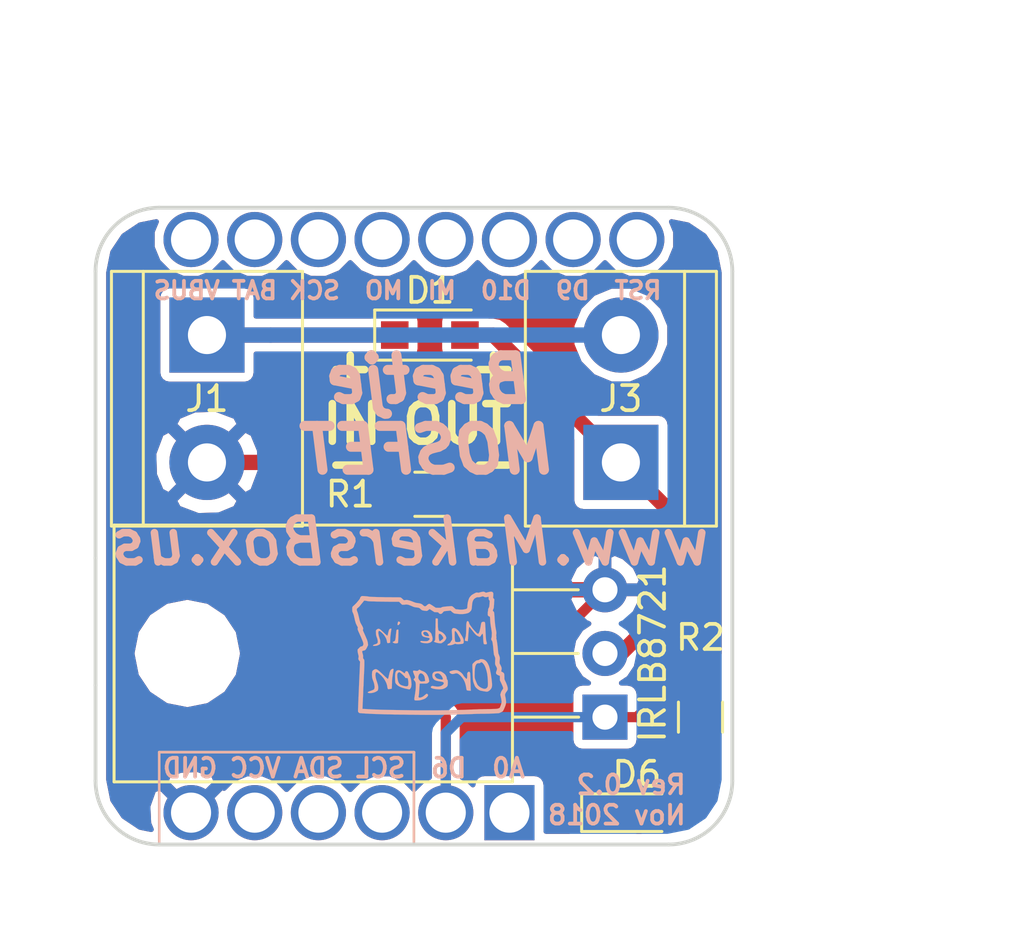
<source format=kicad_pcb>
(kicad_pcb (version 4) (host pcbnew 4.0.7)

  (general
    (links 12)
    (no_connects 0)
    (area 123.114999 92.634999 148.665001 118.185001)
    (thickness 1.6)
    (drawings 21)
    (tracks 33)
    (zones 0)
    (modules 10)
    (nets 18)
  )

  (page A)
  (title_block
    (title "Beetje 32U4 Blok")
    (date 2018-08-10)
    (rev 0.0)
    (company www.MakersBox.us)
    (comment 1 648.ken@gmail.com)
  )

  (layers
    (0 F.Cu signal)
    (31 B.Cu signal)
    (32 B.Adhes user)
    (33 F.Adhes user)
    (34 B.Paste user)
    (35 F.Paste user)
    (36 B.SilkS user)
    (37 F.SilkS user)
    (38 B.Mask user)
    (39 F.Mask user)
    (40 Dwgs.User user)
    (41 Cmts.User user)
    (42 Eco1.User user)
    (43 Eco2.User user)
    (44 Edge.Cuts user)
    (45 Margin user)
    (46 B.CrtYd user)
    (47 F.CrtYd user)
    (48 B.Fab user)
    (49 F.Fab user)
  )

  (setup
    (last_trace_width 0.25)
    (user_trace_width 0.3048)
    (user_trace_width 0.4064)
    (user_trace_width 0.6096)
    (trace_clearance 0.2)
    (zone_clearance 0.35)
    (zone_45_only no)
    (trace_min 0.2)
    (segment_width 0.2)
    (edge_width 0.15)
    (via_size 0.6)
    (via_drill 0.4)
    (via_min_size 0.4)
    (via_min_drill 0.3)
    (uvia_size 0.3)
    (uvia_drill 0.1)
    (uvias_allowed no)
    (uvia_min_size 0.2)
    (uvia_min_drill 0.1)
    (pcb_text_width 0.3)
    (pcb_text_size 1.5 1.5)
    (mod_edge_width 0.15)
    (mod_text_size 1 1)
    (mod_text_width 0.15)
    (pad_size 2 2)
    (pad_drill 1.4)
    (pad_to_mask_clearance 0)
    (aux_axis_origin 0 0)
    (visible_elements 7FFFFFFF)
    (pcbplotparams
      (layerselection 0x00030_80000001)
      (usegerberextensions false)
      (excludeedgelayer true)
      (linewidth 0.100000)
      (plotframeref false)
      (viasonmask false)
      (mode 1)
      (useauxorigin false)
      (hpglpennumber 1)
      (hpglpenspeed 20)
      (hpglpendiameter 15)
      (hpglpenoverlay 2)
      (psnegative false)
      (psa4output false)
      (plotreference true)
      (plotvalue true)
      (plotinvisibletext false)
      (padsonsilk false)
      (subtractmaskfromsilk false)
      (outputformat 1)
      (mirror false)
      (drillshape 1)
      (scaleselection 1)
      (outputdirectory ""))
  )

  (net 0 "")
  (net 1 GND)
  (net 2 VBUS)
  (net 3 +BATT)
  (net 4 /D10)
  (net 5 /D9)
  (net 6 /SCL)
  (net 7 /SDA)
  (net 8 /A0)
  (net 9 /SCK)
  (net 10 /MOSI)
  (net 11 /MISO)
  (net 12 /~RESET)
  (net 13 VCC)
  (net 14 /D6)
  (net 15 "Net-(D1-Pad1)")
  (net 16 "Net-(D1-Pad2)")
  (net 17 "Net-(D6-Pad2)")

  (net_class Default "This is the default net class."
    (clearance 0.2)
    (trace_width 0.25)
    (via_dia 0.6)
    (via_drill 0.4)
    (uvia_dia 0.3)
    (uvia_drill 0.1)
    (add_net +BATT)
    (add_net /A0)
    (add_net /D10)
    (add_net /D6)
    (add_net /D9)
    (add_net /MISO)
    (add_net /MOSI)
    (add_net /SCK)
    (add_net /SCL)
    (add_net /SDA)
    (add_net /~RESET)
    (add_net GND)
    (add_net "Net-(D1-Pad1)")
    (add_net "Net-(D1-Pad2)")
    (add_net "Net-(D6-Pad2)")
    (add_net VBUS)
    (add_net VCC)
  )

  (module TO_SOT_Packages_THT:TO-220-3_Horizontal (layer F.Cu) (tedit 5BC4EC9D) (tstamp 5BA45900)
    (at 143.51 113.03 90)
    (descr "TO-220-3, Horizontal, RM 2.54mm")
    (tags "TO-220-3 Horizontal RM 2.54mm")
    (path /5BA46E1D)
    (fp_text reference Q1 (at -1.27 -18.415 90) (layer F.SilkS) hide
      (effects (font (size 1 1) (thickness 0.15)))
    )
    (fp_text value IRLB8721 (at 2.54 1.9 90) (layer F.SilkS)
      (effects (font (size 1 1) (thickness 0.15)))
    )
    (fp_text user %R (at -1.27 -18.415 270) (layer F.Fab)
      (effects (font (size 1 1) (thickness 0.15)))
    )
    (fp_line (start -2.46 -13.06) (end -2.46 -19.46) (layer F.Fab) (width 0.1))
    (fp_line (start -2.46 -19.46) (end 7.54 -19.46) (layer F.Fab) (width 0.1))
    (fp_line (start 7.54 -19.46) (end 7.54 -13.06) (layer F.Fab) (width 0.1))
    (fp_line (start 7.54 -13.06) (end -2.46 -13.06) (layer F.Fab) (width 0.1))
    (fp_line (start -2.46 -3.81) (end -2.46 -13.06) (layer F.Fab) (width 0.1))
    (fp_line (start -2.46 -13.06) (end 7.54 -13.06) (layer F.Fab) (width 0.1))
    (fp_line (start 7.54 -13.06) (end 7.54 -3.81) (layer F.Fab) (width 0.1))
    (fp_line (start 7.54 -3.81) (end -2.46 -3.81) (layer F.Fab) (width 0.1))
    (fp_line (start 0 -3.81) (end 0 0) (layer F.Fab) (width 0.1))
    (fp_line (start 2.54 -3.81) (end 2.54 0) (layer F.Fab) (width 0.1))
    (fp_line (start 5.08 -3.81) (end 5.08 0) (layer F.Fab) (width 0.1))
    (fp_line (start -2.58 -3.69) (end 7.66 -3.69) (layer F.SilkS) (width 0.12))
    (fp_line (start -2.58 -19.58) (end 7.66 -19.58) (layer F.SilkS) (width 0.12))
    (fp_line (start -2.58 -19.58) (end -2.58 -3.69) (layer F.SilkS) (width 0.12))
    (fp_line (start 7.66 -19.58) (end 7.66 -3.69) (layer F.SilkS) (width 0.12))
    (fp_line (start 0 -3.69) (end 0 -1.05) (layer F.SilkS) (width 0.12))
    (fp_line (start 2.54 -3.69) (end 2.54 -1.066) (layer F.SilkS) (width 0.12))
    (fp_line (start 5.08 -3.69) (end 5.08 -1.066) (layer F.SilkS) (width 0.12))
    (fp_line (start -2.71 -19.71) (end -2.71 1.15) (layer F.CrtYd) (width 0.05))
    (fp_line (start -2.71 1.15) (end 7.79 1.15) (layer F.CrtYd) (width 0.05))
    (fp_line (start 7.79 1.15) (end 7.79 -19.71) (layer F.CrtYd) (width 0.05))
    (fp_line (start 7.79 -19.71) (end -2.71 -19.71) (layer F.CrtYd) (width 0.05))
    (fp_circle (center 2.54 -16.66) (end 4.39 -16.66) (layer F.Fab) (width 0.1))
    (pad 0 np_thru_hole oval (at 2.54 -16.66 90) (size 3.5 3.5) (drill 3.5) (layers *.Cu *.Mask))
    (pad 1 thru_hole rect (at 0 0 90) (size 1.8 1.8) (drill 1) (layers *.Cu *.Mask)
      (net 14 /D6))
    (pad 2 thru_hole oval (at 2.54 0 90) (size 1.8 1.8) (drill 1) (layers *.Cu *.Mask)
      (net 16 "Net-(D1-Pad2)"))
    (pad 3 thru_hole oval (at 5.08 0 90) (size 1.8 1.8) (drill 1) (layers *.Cu *.Mask)
      (net 1 GND))
    (model ${KISYS3DMOD}/TO_SOT_Packages_THT.3dshapes/TO-220-3_Horizontal.wrl
      (at (xyz 0.1 0 0))
      (scale (xyz 0.393701 0.393701 0.393701))
      (rotate (xyz 0 0 0))
    )
  )

  (module footprints:D_SOD-123F (layer F.Cu) (tedit 5BB7CC76) (tstamp 5BA45895)
    (at 136.525 97.79)
    (descr D_SOD-123F)
    (tags D_SOD-123F)
    (path /5BA46053)
    (attr smd)
    (fp_text reference D1 (at 0 -1.778 180) (layer F.SilkS)
      (effects (font (size 1 1) (thickness 0.15)))
    )
    (fp_text value D (at 0 2.1) (layer F.Fab)
      (effects (font (size 1 1) (thickness 0.15)))
    )
    (fp_text user %R (at -0.127 -1.905) (layer F.Fab)
      (effects (font (size 1 1) (thickness 0.15)))
    )
    (fp_line (start -2.2 -1) (end -2.2 1) (layer F.SilkS) (width 0.12))
    (fp_line (start 0.25 0) (end 0.75 0) (layer F.Fab) (width 0.1))
    (fp_line (start 0.25 0.4) (end -0.35 0) (layer F.Fab) (width 0.1))
    (fp_line (start 0.25 -0.4) (end 0.25 0.4) (layer F.Fab) (width 0.1))
    (fp_line (start -0.35 0) (end 0.25 -0.4) (layer F.Fab) (width 0.1))
    (fp_line (start -0.35 0) (end -0.35 0.55) (layer F.Fab) (width 0.1))
    (fp_line (start -0.35 0) (end -0.35 -0.55) (layer F.Fab) (width 0.1))
    (fp_line (start -0.75 0) (end -0.35 0) (layer F.Fab) (width 0.1))
    (fp_line (start -1.4 0.9) (end -1.4 -0.9) (layer F.Fab) (width 0.1))
    (fp_line (start 1.4 0.9) (end -1.4 0.9) (layer F.Fab) (width 0.1))
    (fp_line (start 1.4 -0.9) (end 1.4 0.9) (layer F.Fab) (width 0.1))
    (fp_line (start -1.4 -0.9) (end 1.4 -0.9) (layer F.Fab) (width 0.1))
    (fp_line (start -2.2 -1.15) (end 2.2 -1.15) (layer F.CrtYd) (width 0.05))
    (fp_line (start 2.2 -1.15) (end 2.2 1.15) (layer F.CrtYd) (width 0.05))
    (fp_line (start 2.2 1.15) (end -2.2 1.15) (layer F.CrtYd) (width 0.05))
    (fp_line (start -2.2 -1.15) (end -2.2 1.15) (layer F.CrtYd) (width 0.05))
    (fp_line (start -2.2 1) (end 1.65 1) (layer F.SilkS) (width 0.12))
    (fp_line (start -2.2 -1) (end 1.65 -1) (layer F.SilkS) (width 0.12))
    (pad 1 smd rect (at -1.4 0) (size 1.1 1.1) (layers F.Cu F.Paste F.Mask)
      (net 15 "Net-(D1-Pad1)"))
    (pad 2 smd rect (at 1.4 0) (size 1.1 1.1) (layers F.Cu F.Paste F.Mask)
      (net 16 "Net-(D1-Pad2)"))
    (model ${KISYS3DMOD}/Diodes_SMD.3dshapes/D_SOD-123F.wrl
      (at (xyz 0 0 0))
      (scale (xyz 1 1 1))
      (rotate (xyz 0 0 0))
    )
  )

  (module LEDs:LED_0805_HandSoldering (layer F.Cu) (tedit 5BD74D1E) (tstamp 5BA458AA)
    (at 144.78 116.84)
    (descr "Resistor SMD 0805, hand soldering")
    (tags "resistor 0805")
    (path /5BA461C5)
    (attr smd)
    (fp_text reference D6 (at 0 -1.524) (layer F.SilkS)
      (effects (font (size 1 1) (thickness 0.15)))
    )
    (fp_text value LED (at 0 1.75) (layer F.Fab)
      (effects (font (size 1 1) (thickness 0.15)))
    )
    (fp_line (start -0.4 -0.4) (end -0.4 0.4) (layer F.Fab) (width 0.1))
    (fp_line (start -0.4 0) (end 0.2 -0.4) (layer F.Fab) (width 0.1))
    (fp_line (start 0.2 0.4) (end -0.4 0) (layer F.Fab) (width 0.1))
    (fp_line (start 0.2 -0.4) (end 0.2 0.4) (layer F.Fab) (width 0.1))
    (fp_line (start -1 0.62) (end -1 -0.62) (layer F.Fab) (width 0.1))
    (fp_line (start 1 0.62) (end -1 0.62) (layer F.Fab) (width 0.1))
    (fp_line (start 1 -0.62) (end 1 0.62) (layer F.Fab) (width 0.1))
    (fp_line (start -1 -0.62) (end 1 -0.62) (layer F.Fab) (width 0.1))
    (fp_line (start 1 0.75) (end -2.2 0.75) (layer F.SilkS) (width 0.12))
    (fp_line (start -2.2 -0.75) (end 1 -0.75) (layer F.SilkS) (width 0.12))
    (fp_line (start -2.35 -0.9) (end 2.35 -0.9) (layer F.CrtYd) (width 0.05))
    (fp_line (start -2.35 -0.9) (end -2.35 0.9) (layer F.CrtYd) (width 0.05))
    (fp_line (start 2.35 0.9) (end 2.35 -0.9) (layer F.CrtYd) (width 0.05))
    (fp_line (start 2.35 0.9) (end -2.35 0.9) (layer F.CrtYd) (width 0.05))
    (fp_line (start -2.2 -0.75) (end -2.2 0.75) (layer F.SilkS) (width 0.12))
    (pad 1 smd rect (at -1.35 0) (size 1.5 1.3) (layers F.Cu F.Paste F.Mask)
      (net 1 GND))
    (pad 2 smd rect (at 1.35 0) (size 1.5 1.3) (layers F.Cu F.Paste F.Mask)
      (net 17 "Net-(D6-Pad2)"))
    (model ${KISYS3DMOD}/LEDs.3dshapes/LED_0805.wrl
      (at (xyz 0 0 0))
      (scale (xyz 1 1 1))
      (rotate (xyz 0 0 0))
    )
  )

  (module Resistors_SMD:R_0805_HandSoldering (layer F.Cu) (tedit 5BB7C7E4) (tstamp 5BA45911)
    (at 136.525 104.14)
    (descr "Resistor SMD 0805, hand soldering")
    (tags "resistor 0805")
    (path /5BA45F69)
    (attr smd)
    (fp_text reference R1 (at -3.175 0 180) (layer F.SilkS)
      (effects (font (size 1 1) (thickness 0.15)))
    )
    (fp_text value 10K (at 0 1.75) (layer F.Fab)
      (effects (font (size 1 1) (thickness 0.15)))
    )
    (fp_text user %R (at 0 0) (layer F.Fab)
      (effects (font (size 0.5 0.5) (thickness 0.075)))
    )
    (fp_line (start -1 0.62) (end -1 -0.62) (layer F.Fab) (width 0.1))
    (fp_line (start 1 0.62) (end -1 0.62) (layer F.Fab) (width 0.1))
    (fp_line (start 1 -0.62) (end 1 0.62) (layer F.Fab) (width 0.1))
    (fp_line (start -1 -0.62) (end 1 -0.62) (layer F.Fab) (width 0.1))
    (fp_line (start 0.6 0.88) (end -0.6 0.88) (layer F.SilkS) (width 0.12))
    (fp_line (start -0.6 -0.88) (end 0.6 -0.88) (layer F.SilkS) (width 0.12))
    (fp_line (start -2.35 -0.9) (end 2.35 -0.9) (layer F.CrtYd) (width 0.05))
    (fp_line (start -2.35 -0.9) (end -2.35 0.9) (layer F.CrtYd) (width 0.05))
    (fp_line (start 2.35 0.9) (end 2.35 -0.9) (layer F.CrtYd) (width 0.05))
    (fp_line (start 2.35 0.9) (end -2.35 0.9) (layer F.CrtYd) (width 0.05))
    (pad 1 smd rect (at -1.35 0) (size 1.5 1.3) (layers F.Cu F.Paste F.Mask)
      (net 14 /D6))
    (pad 2 smd rect (at 1.35 0) (size 1.5 1.3) (layers F.Cu F.Paste F.Mask)
      (net 1 GND))
    (model ${KISYS3DMOD}/Resistors_SMD.3dshapes/R_0805.wrl
      (at (xyz 0 0 0))
      (scale (xyz 1 1 1))
      (rotate (xyz 0 0 0))
    )
  )

  (module Resistors_SMD:R_0805_HandSoldering (layer F.Cu) (tedit 5BB7C7C7) (tstamp 5BA45922)
    (at 147.32 113.03 90)
    (descr "Resistor SMD 0805, hand soldering")
    (tags "resistor 0805")
    (path /5BA4611C)
    (attr smd)
    (fp_text reference R2 (at 3.175 0 180) (layer F.SilkS)
      (effects (font (size 1 1) (thickness 0.15)))
    )
    (fp_text value 1K (at 0 1.75 90) (layer F.Fab)
      (effects (font (size 1 1) (thickness 0.15)))
    )
    (fp_text user %R (at 0 0 90) (layer F.Fab)
      (effects (font (size 0.5 0.5) (thickness 0.075)))
    )
    (fp_line (start -1 0.62) (end -1 -0.62) (layer F.Fab) (width 0.1))
    (fp_line (start 1 0.62) (end -1 0.62) (layer F.Fab) (width 0.1))
    (fp_line (start 1 -0.62) (end 1 0.62) (layer F.Fab) (width 0.1))
    (fp_line (start -1 -0.62) (end 1 -0.62) (layer F.Fab) (width 0.1))
    (fp_line (start 0.6 0.88) (end -0.6 0.88) (layer F.SilkS) (width 0.12))
    (fp_line (start -0.6 -0.88) (end 0.6 -0.88) (layer F.SilkS) (width 0.12))
    (fp_line (start -2.35 -0.9) (end 2.35 -0.9) (layer F.CrtYd) (width 0.05))
    (fp_line (start -2.35 -0.9) (end -2.35 0.9) (layer F.CrtYd) (width 0.05))
    (fp_line (start 2.35 0.9) (end 2.35 -0.9) (layer F.CrtYd) (width 0.05))
    (fp_line (start 2.35 0.9) (end -2.35 0.9) (layer F.CrtYd) (width 0.05))
    (pad 1 smd rect (at -1.35 0 90) (size 1.5 1.3) (layers F.Cu F.Paste F.Mask)
      (net 17 "Net-(D6-Pad2)"))
    (pad 2 smd rect (at 1.35 0 90) (size 1.5 1.3) (layers F.Cu F.Paste F.Mask)
      (net 14 /D6))
    (model ${KISYS3DMOD}/Resistors_SMD.3dshapes/R_0805.wrl
      (at (xyz 0 0 0))
      (scale (xyz 1 1 1))
      (rotate (xyz 0 0 0))
    )
  )

  (module footprints:MadeInOregonRev25 (layer F.Cu) (tedit 5B7EDC92) (tstamp 5BA46FBA)
    (at 136.525 110.49)
    (fp_text reference VAL (at 0 0) (layer F.SilkS) hide
      (effects (font (size 1.143 1.143) (thickness 0.1778)))
    )
    (fp_text value MadeInOregonRev25 (at 0 0) (layer F.SilkS) hide
      (effects (font (size 0.5 0.5) (thickness 0.125)))
    )
    (fp_poly (pts (xy -3.09626 -1.76022) (xy -3.09626 -1.72212) (xy -3.09372 -1.69672) (xy -3.09118 -1.67386)
      (xy -3.0861 -1.65608) (xy -3.07594 -1.63576) (xy -3.0734 -1.62814) (xy -3.0607 -1.6002)
      (xy -3.05054 -1.5748) (xy -3.04038 -1.54432) (xy -3.03022 -1.50876) (xy -3.02006 -1.46304)
      (xy -3.00736 -1.4097) (xy -3.00228 -1.39192) (xy -2.98704 -1.31826) (xy -2.96926 -1.2573)
      (xy -2.95402 -1.20396) (xy -2.9337 -1.15824) (xy -2.91338 -1.1176) (xy -2.91338 -1.74752)
      (xy -2.91338 -1.76276) (xy -2.91084 -1.77546) (xy -2.90322 -1.78816) (xy -2.89052 -1.8034)
      (xy -2.86766 -1.82118) (xy -2.8575 -1.83134) (xy -2.82956 -1.8542) (xy -2.80416 -1.8796)
      (xy -2.78638 -1.90246) (xy -2.77876 -1.91008) (xy -2.76606 -1.92786) (xy -2.74574 -1.95326)
      (xy -2.72034 -1.98374) (xy -2.69494 -2.01422) (xy -2.6924 -2.01676) (xy -2.66954 -2.0447)
      (xy -2.64922 -2.0701) (xy -2.63652 -2.08788) (xy -2.6289 -2.09804) (xy -2.6289 -2.10058)
      (xy -2.62382 -2.10566) (xy -2.60604 -2.10566) (xy -2.58064 -2.10566) (xy -2.55016 -2.10058)
      (xy -2.51968 -2.0955) (xy -2.50952 -2.09296) (xy -2.49682 -2.09042) (xy -2.48412 -2.08534)
      (xy -2.46888 -2.08534) (xy -2.4511 -2.0828) (xy -2.4257 -2.08026) (xy -2.39268 -2.07772)
      (xy -2.35458 -2.07772) (xy -2.30632 -2.07518) (xy -2.2479 -2.07518) (xy -2.17678 -2.07264)
      (xy -2.09296 -2.0701) (xy -2.03962 -2.0701) (xy -1.95326 -2.06756) (xy -1.8669 -2.06756)
      (xy -1.78054 -2.06502) (xy -1.69672 -2.06502) (xy -1.61798 -2.06248) (xy -1.54686 -2.06248)
      (xy -1.48336 -2.06248) (xy -1.4351 -2.06248) (xy -1.4224 -2.06248) (xy -1.22936 -2.06248)
      (xy -1.1684 -2.00152) (xy -1.10744 -1.9431) (xy -1.0668 -1.9431) (xy -1.03886 -1.9431)
      (xy -1.0033 -1.94564) (xy -0.97536 -1.95072) (xy -0.94234 -1.95326) (xy -0.91186 -1.95072)
      (xy -0.87884 -1.94564) (xy -0.8382 -1.93548) (xy -0.79248 -1.9177) (xy -0.7366 -1.89484)
      (xy -0.72136 -1.88976) (xy -0.67818 -1.86944) (xy -0.64516 -1.85674) (xy -0.61722 -1.84912)
      (xy -0.59182 -1.84404) (xy -0.56388 -1.83896) (xy -0.5461 -1.83642) (xy -0.50038 -1.83134)
      (xy -0.46482 -1.82626) (xy -0.43688 -1.81864) (xy -0.41656 -1.80848) (xy -0.39624 -1.79578)
      (xy -0.37592 -1.77546) (xy -0.37338 -1.77292) (xy -0.35052 -1.7526) (xy -0.32512 -1.73482)
      (xy -0.30734 -1.72212) (xy -0.30734 -1.72212) (xy -0.28702 -1.71704) (xy -0.25654 -1.71196)
      (xy -0.22098 -1.70434) (xy -0.18288 -1.7018) (xy -0.14986 -1.69672) (xy -0.12446 -1.69672)
      (xy -0.10922 -1.69926) (xy -0.09652 -1.70688) (xy -0.07366 -1.71958) (xy -0.05334 -1.73736)
      (xy -0.03048 -1.75768) (xy -0.01524 -1.7653) (xy -0.00508 -1.76784) (xy 0 -1.7653)
      (xy 0.01016 -1.75768) (xy 0.03048 -1.74498) (xy 0.05842 -1.7272) (xy 0.0889 -1.70688)
      (xy 0.09652 -1.7018) (xy 0.18288 -1.64846) (xy 0.25908 -1.64592) (xy 0.29464 -1.64338)
      (xy 0.3175 -1.64084) (xy 0.3302 -1.6383) (xy 0.34036 -1.63322) (xy 0.34544 -1.6256)
      (xy 0.34798 -1.62052) (xy 0.3683 -1.59766) (xy 0.39624 -1.58242) (xy 0.42672 -1.5748)
      (xy 0.4318 -1.5748) (xy 0.45974 -1.58242) (xy 0.48768 -1.6002) (xy 0.51562 -1.63068)
      (xy 0.52578 -1.64338) (xy 0.53848 -1.65608) (xy 0.5461 -1.66624) (xy 0.55626 -1.67386)
      (xy 0.56896 -1.68148) (xy 0.58928 -1.68402) (xy 0.61468 -1.6891) (xy 0.65278 -1.69418)
      (xy 0.70104 -1.69672) (xy 0.71628 -1.69926) (xy 0.8255 -1.70942) (xy 0.85598 -1.68148)
      (xy 0.89154 -1.64846) (xy 0.9271 -1.62306) (xy 0.95758 -1.60274) (xy 0.96774 -1.59766)
      (xy 0.9906 -1.59258) (xy 1.02362 -1.5875) (xy 1.0668 -1.58242) (xy 1.11252 -1.57734)
      (xy 1.16332 -1.57226) (xy 1.21158 -1.56972) (xy 1.2573 -1.56972) (xy 1.25984 -1.56972)
      (xy 1.3081 -1.56972) (xy 1.35128 -1.5748) (xy 1.39446 -1.57988) (xy 1.44272 -1.59004)
      (xy 1.48844 -1.6002) (xy 1.52146 -1.61036) (xy 1.54686 -1.62306) (xy 1.56972 -1.63576)
      (xy 1.59258 -1.65608) (xy 1.61798 -1.68148) (xy 1.63576 -1.7018) (xy 1.651 -1.72212)
      (xy 1.65862 -1.74498) (xy 1.66624 -1.77292) (xy 1.67386 -1.80848) (xy 1.6764 -1.85166)
      (xy 1.68148 -1.90246) (xy 1.6891 -1.9812) (xy 1.7018 -2.04978) (xy 1.72212 -2.10566)
      (xy 1.74752 -2.15138) (xy 1.75006 -2.15646) (xy 1.77546 -2.18186) (xy 1.81356 -2.2098)
      (xy 1.82626 -2.21742) (xy 1.8542 -2.23012) (xy 1.87706 -2.24028) (xy 1.89484 -2.24282)
      (xy 1.9177 -2.24282) (xy 1.92024 -2.24282) (xy 1.95834 -2.24282) (xy 2.00152 -2.25044)
      (xy 2.032 -2.25806) (xy 2.0701 -2.27076) (xy 2.09804 -2.27584) (xy 2.11582 -2.27838)
      (xy 2.13106 -2.2733) (xy 2.1463 -2.26822) (xy 2.15392 -2.26314) (xy 2.1844 -2.2479)
      (xy 2.22758 -2.24282) (xy 2.27584 -2.2479) (xy 2.29108 -2.25298) (xy 2.31394 -2.25806)
      (xy 2.33426 -2.26314) (xy 2.34188 -2.26314) (xy 2.34188 -2.25806) (xy 2.34442 -2.23774)
      (xy 2.34442 -2.21488) (xy 2.34442 -2.21234) (xy 2.34442 -2.1844) (xy 2.34696 -2.16408)
      (xy 2.35204 -2.1463) (xy 2.36474 -2.12852) (xy 2.3876 -2.0955) (xy 2.37998 -1.97612)
      (xy 2.37744 -1.9304) (xy 2.37236 -1.89738) (xy 2.36982 -1.87198) (xy 2.36474 -1.8542)
      (xy 2.35966 -1.83896) (xy 2.35204 -1.82372) (xy 2.34696 -1.8161) (xy 2.33172 -1.78562)
      (xy 2.3241 -1.75768) (xy 2.3241 -1.73736) (xy 2.32156 -1.70942) (xy 2.31902 -1.68656)
      (xy 2.31648 -1.67894) (xy 2.31394 -1.66116) (xy 2.30886 -1.63576) (xy 2.30886 -1.60274)
      (xy 2.30886 -1.59004) (xy 2.30886 -1.55702) (xy 2.30886 -1.5367) (xy 2.31394 -1.52146)
      (xy 2.32156 -1.5113) (xy 2.33172 -1.4986) (xy 2.33426 -1.49606) (xy 2.35458 -1.48082)
      (xy 2.3749 -1.4732) (xy 2.37744 -1.47066) (xy 2.3876 -1.47066) (xy 2.39268 -1.46558)
      (xy 2.39776 -1.45034) (xy 2.4003 -1.42494) (xy 2.40284 -1.39192) (xy 2.40538 -1.35382)
      (xy 2.40538 -1.33096) (xy 2.40792 -1.28778) (xy 2.413 -1.2319) (xy 2.42062 -1.16078)
      (xy 2.43332 -1.07442) (xy 2.4511 -0.97536) (xy 2.4511 -0.96774) (xy 2.45872 -0.92456)
      (xy 2.4638 -0.88392) (xy 2.46888 -0.85344) (xy 2.47142 -0.83058) (xy 2.47396 -0.82296)
      (xy 2.47396 -0.81026) (xy 2.47142 -0.7874) (xy 2.47142 -0.75692) (xy 2.46888 -0.72644)
      (xy 2.46888 -0.69342) (xy 2.46634 -0.66294) (xy 2.4638 -0.64262) (xy 2.46126 -0.635)
      (xy 2.4511 -0.6096) (xy 2.44856 -0.57912) (xy 2.4511 -0.54864) (xy 2.46126 -0.52324)
      (xy 2.4765 -0.51054) (xy 2.48412 -0.49784) (xy 2.49174 -0.47244) (xy 2.5019 -0.4318)
      (xy 2.50952 -0.37592) (xy 2.51968 -0.30734) (xy 2.5273 -0.2286) (xy 2.53238 -0.16764)
      (xy 2.53746 -0.1143) (xy 2.54254 -0.0635) (xy 2.54762 -0.02032) (xy 2.5527 0.01524)
      (xy 2.55524 0.04064) (xy 2.55778 0.05334) (xy 2.56794 0.07366) (xy 2.5781 0.1016)
      (xy 2.58826 0.127) (xy 2.59588 0.14732) (xy 2.6035 0.16256) (xy 2.60604 0.18034)
      (xy 2.60858 0.20066) (xy 2.60858 0.22606) (xy 2.60604 0.25908) (xy 2.6035 0.3048)
      (xy 2.6035 0.32512) (xy 2.60096 0.37084) (xy 2.60096 0.4064) (xy 2.60604 0.43434)
      (xy 2.61366 0.45974) (xy 2.62636 0.48768) (xy 2.64668 0.5207) (xy 2.66446 0.5588)
      (xy 2.67462 0.58674) (xy 2.6797 0.61468) (xy 2.67462 0.64262) (xy 2.66446 0.68072)
      (xy 2.65938 0.69088) (xy 2.64668 0.72898) (xy 2.63906 0.75946) (xy 2.63906 0.77978)
      (xy 2.6416 0.79756) (xy 2.64922 0.8128) (xy 2.64922 0.81534) (xy 2.66446 0.83058)
      (xy 2.68986 0.84836) (xy 2.72034 0.86614) (xy 2.75336 0.87884) (xy 2.77368 0.88646)
      (xy 2.794 0.89154) (xy 2.794 0.98044) (xy 2.794 1.07188) (xy 2.82448 1.13538)
      (xy 2.8575 1.20396) (xy 2.8829 1.26238) (xy 2.90322 1.31064) (xy 2.91592 1.3462)
      (xy 2.921 1.36652) (xy 2.92354 1.3843) (xy 2.92354 1.39954) (xy 2.91592 1.41478)
      (xy 2.90068 1.4351) (xy 2.90068 1.43764) (xy 2.87274 1.47828) (xy 2.84988 1.51638)
      (xy 2.8321 1.5621) (xy 2.82448 1.59004) (xy 2.80924 1.64338) (xy 2.8321 1.74244)
      (xy 2.84734 1.80848) (xy 2.85496 1.86182) (xy 2.86004 1.90754) (xy 2.86004 1.94818)
      (xy 2.85242 1.98628) (xy 2.84226 2.02438) (xy 2.84226 2.02438) (xy 2.82702 2.06756)
      (xy 2.81432 2.10566) (xy 2.79908 2.13868) (xy 2.78892 2.16154) (xy 2.77876 2.1717)
      (xy 2.77876 2.17424) (xy 2.7686 2.17678) (xy 2.74828 2.1844) (xy 2.74066 2.18948)
      (xy 2.7178 2.1971) (xy 2.68224 2.20472) (xy 2.63398 2.2098) (xy 2.57302 2.21234)
      (xy 2.49682 2.21488) (xy 2.40792 2.21742) (xy 2.30632 2.21742) (xy 2.29616 2.21742)
      (xy 2.24028 2.21996) (xy 2.17424 2.21996) (xy 2.10058 2.2225) (xy 2.02184 2.2225)
      (xy 1.9431 2.22504) (xy 1.86944 2.23012) (xy 1.84912 2.23012) (xy 1.6129 2.23774)
      (xy 1.38684 2.2479) (xy 1.16332 2.25298) (xy 0.9398 2.25806) (xy 0.71882 2.26314)
      (xy 0.4953 2.26568) (xy 0.26924 2.26822) (xy 0.03556 2.26822) (xy -0.2032 2.26822)
      (xy -0.45466 2.26822) (xy -0.71628 2.26568) (xy -0.84836 2.26314) (xy -1.03378 2.2606)
      (xy -1.20396 2.25806) (xy -1.36144 2.25552) (xy -1.50622 2.25298) (xy -1.64084 2.25044)
      (xy -1.7653 2.2479) (xy -1.88214 2.24536) (xy -1.98882 2.24282) (xy -2.08788 2.23774)
      (xy -2.17932 2.2352) (xy -2.26822 2.23266) (xy -2.35204 2.22758) (xy -2.39776 2.22504)
      (xy -2.46126 2.2225) (xy -2.51968 2.21742) (xy -2.57302 2.21488) (xy -2.61874 2.21234)
      (xy -2.65176 2.2098) (xy -2.67462 2.2098) (xy -2.68732 2.2098) (xy -2.68732 2.2098)
      (xy -2.68732 2.20218) (xy -2.68478 2.17932) (xy -2.68478 2.1463) (xy -2.68224 2.09804)
      (xy -2.6797 2.03962) (xy -2.67716 1.97104) (xy -2.67208 1.8923) (xy -2.66954 1.80594)
      (xy -2.66446 1.70942) (xy -2.65938 1.60782) (xy -2.65684 1.50114) (xy -2.65176 1.38684)
      (xy -2.64414 1.27) (xy -2.64414 1.25476) (xy -2.63906 1.11506) (xy -2.63398 0.98806)
      (xy -2.6289 0.87376) (xy -2.62382 0.77216) (xy -2.61874 0.68326) (xy -2.6162 0.60452)
      (xy -2.61366 0.53848) (xy -2.61112 0.47752) (xy -2.61112 0.42926) (xy -2.61112 0.38608)
      (xy -2.61112 0.35306) (xy -2.61112 0.32258) (xy -2.61112 0.29972) (xy -2.61366 0.28194)
      (xy -2.6162 0.2667) (xy -2.61874 0.25654) (xy -2.62128 0.24638) (xy -2.62636 0.23876)
      (xy -2.63144 0.23368) (xy -2.63652 0.22606) (xy -2.6416 0.21844) (xy -2.6543 0.2032)
      (xy -2.66192 0.18796) (xy -2.66446 0.17272) (xy -2.66192 0.14732) (xy -2.66192 0.13716)
      (xy -2.66192 0.1016) (xy -2.66446 0.06858) (xy -2.67462 0.02794) (xy -2.67462 0.0254)
      (xy -2.68732 -0.01778) (xy -2.69494 -0.04826) (xy -2.69748 -0.07112) (xy -2.69748 -0.08382)
      (xy -2.69494 -0.09398) (xy -2.68732 -0.09906) (xy -2.68732 -0.1016) (xy -2.66954 -0.10668)
      (xy -2.64668 -0.1143) (xy -2.63652 -0.1143) (xy -2.60858 -0.12192) (xy -2.58572 -0.13208)
      (xy -2.5654 -0.14732) (xy -2.54762 -0.17018) (xy -2.52476 -0.20574) (xy -2.50698 -0.2413)
      (xy -2.4638 -0.3302) (xy -2.47142 -0.40894) (xy -2.4765 -0.43942) (xy -2.48158 -0.46736)
      (xy -2.4892 -0.49276) (xy -2.49682 -0.5207) (xy -2.50952 -0.55626) (xy -2.52984 -0.59944)
      (xy -2.53492 -0.61214) (xy -2.55524 -0.66294) (xy -2.5781 -0.71374) (xy -2.60096 -0.76708)
      (xy -2.62128 -0.8128) (xy -2.63144 -0.83058) (xy -2.64668 -0.86868) (xy -2.65938 -0.89662)
      (xy -2.667 -0.91694) (xy -2.66954 -0.92964) (xy -2.667 -0.9398) (xy -2.667 -0.94996)
      (xy -2.65938 -0.97536) (xy -2.65938 -1.00584) (xy -2.66954 -1.03886) (xy -2.68732 -1.0795)
      (xy -2.71272 -1.12776) (xy -2.71526 -1.1303) (xy -2.73812 -1.17094) (xy -2.75844 -1.2065)
      (xy -2.77368 -1.23698) (xy -2.78384 -1.26746) (xy -2.79654 -1.30048) (xy -2.8067 -1.34112)
      (xy -2.81686 -1.38684) (xy -2.82702 -1.43256) (xy -2.84226 -1.49606) (xy -2.85496 -1.54686)
      (xy -2.86512 -1.5875) (xy -2.87528 -1.62052) (xy -2.88544 -1.64846) (xy -2.89306 -1.67132)
      (xy -2.90068 -1.68148) (xy -2.9083 -1.70942) (xy -2.91338 -1.7399) (xy -2.91338 -1.74752)
      (xy -2.91338 -1.1176) (xy -2.91084 -1.11506) (xy -2.90576 -1.09982) (xy -2.88798 -1.07188)
      (xy -2.87782 -1.04902) (xy -2.87274 -1.03632) (xy -2.87274 -1.02616) (xy -2.87782 -1.016)
      (xy -2.88036 -0.99822) (xy -2.8829 -0.98044) (xy -2.87782 -0.95758) (xy -2.8702 -0.92964)
      (xy -2.85496 -0.89408) (xy -2.83464 -0.84582) (xy -2.8194 -0.81534) (xy -2.78384 -0.73406)
      (xy -2.74828 -0.65786) (xy -2.72034 -0.58928) (xy -2.69494 -0.52832) (xy -2.67462 -0.47752)
      (xy -2.66192 -0.43688) (xy -2.6543 -0.40894) (xy -2.6543 -0.4064) (xy -2.64922 -0.37846)
      (xy -2.65176 -0.36068) (xy -2.65684 -0.34036) (xy -2.66446 -0.32766) (xy -2.67462 -0.30734)
      (xy -2.68732 -0.29464) (xy -2.70256 -0.28702) (xy -2.72542 -0.28194) (xy -2.73812 -0.2794)
      (xy -2.75336 -0.27686) (xy -2.77114 -0.2667) (xy -2.78892 -0.25146) (xy -2.81686 -0.22606)
      (xy -2.82448 -0.2159) (xy -2.84988 -0.1905) (xy -2.86766 -0.17272) (xy -2.87782 -0.16002)
      (xy -2.8829 -0.14732) (xy -2.8829 -0.13208) (xy -2.8829 -0.12192) (xy -2.88036 -0.06858)
      (xy -2.86766 -0.00762) (xy -2.85242 0.05588) (xy -2.8448 0.08382) (xy -2.84226 0.10668)
      (xy -2.84226 0.12954) (xy -2.8448 0.16002) (xy -2.84734 0.1651) (xy -2.84988 0.19812)
      (xy -2.84988 0.22606) (xy -2.84226 0.24892) (xy -2.82448 0.27686) (xy -2.8067 0.29972)
      (xy -2.78384 0.32766) (xy -2.82702 1.3081) (xy -2.8321 1.42748) (xy -2.83718 1.54432)
      (xy -2.84226 1.65608) (xy -2.84734 1.76276) (xy -2.84988 1.86182) (xy -2.85496 1.95326)
      (xy -2.8575 2.03708) (xy -2.86004 2.11074) (xy -2.86258 2.17424) (xy -2.86512 2.22758)
      (xy -2.86512 2.26822) (xy -2.86512 2.29616) (xy -2.86512 2.3114) (xy -2.86512 2.3114)
      (xy -2.85496 2.3368) (xy -2.83464 2.35966) (xy -2.81178 2.3749) (xy -2.8067 2.37744)
      (xy -2.794 2.37998) (xy -2.76606 2.38252) (xy -2.72796 2.38506) (xy -2.6797 2.39014)
      (xy -2.62128 2.39268) (xy -2.55778 2.39776) (xy -2.48412 2.4003) (xy -2.40792 2.40538)
      (xy -2.32664 2.40792) (xy -2.24536 2.413) (xy -2.16154 2.41554) (xy -2.08026 2.41808)
      (xy -1.99898 2.42062) (xy -1.92278 2.42316) (xy -1.85166 2.4257) (xy -1.80848 2.42824)
      (xy -1.74752 2.42824) (xy -1.67386 2.43078) (xy -1.59004 2.43078) (xy -1.4986 2.43332)
      (xy -1.397 2.43586) (xy -1.29032 2.43586) (xy -1.1811 2.4384) (xy -1.0668 2.4384)
      (xy -0.95504 2.44094) (xy -0.84582 2.44348) (xy -0.80264 2.44348) (xy -0.70104 2.44348)
      (xy -0.59944 2.44602) (xy -0.50038 2.44602) (xy -0.40386 2.44856) (xy -0.31496 2.44856)
      (xy -0.23114 2.44856) (xy -0.15748 2.4511) (xy -0.09398 2.4511) (xy -0.04064 2.4511)
      (xy 0 2.4511) (xy 0.02286 2.4511) (xy 0.05842 2.4511) (xy 0.10922 2.4511)
      (xy 0.17018 2.4511) (xy 0.2413 2.4511) (xy 0.3175 2.4511) (xy 0.39878 2.44856)
      (xy 0.4826 2.44856) (xy 0.56642 2.44602) (xy 0.60198 2.44602) (xy 0.75692 2.44348)
      (xy 0.90678 2.4384) (xy 1.0541 2.43586) (xy 1.1938 2.43078) (xy 1.32588 2.42824)
      (xy 1.45034 2.42316) (xy 1.56464 2.42062) (xy 1.66624 2.41808) (xy 1.7526 2.413)
      (xy 1.77038 2.413) (xy 1.82626 2.41046) (xy 1.8923 2.40792) (xy 1.96342 2.40792)
      (xy 2.03454 2.40538) (xy 2.10312 2.40538) (xy 2.12852 2.40538) (xy 2.19456 2.40538)
      (xy 2.26822 2.40284) (xy 2.3495 2.40284) (xy 2.42824 2.39776) (xy 2.50444 2.39522)
      (xy 2.54254 2.39522) (xy 2.75844 2.38252) (xy 2.82956 2.3495) (xy 2.86258 2.33172)
      (xy 2.88798 2.31902) (xy 2.90576 2.30632) (xy 2.91084 2.30124) (xy 2.92608 2.28092)
      (xy 2.94132 2.25044) (xy 2.96164 2.2098) (xy 2.97942 2.16662) (xy 2.9972 2.12344)
      (xy 3.01244 2.08534) (xy 3.02514 2.0447) (xy 3.03276 2.01168) (xy 3.03784 1.98628)
      (xy 3.04038 1.9558) (xy 3.04038 1.93548) (xy 3.0353 1.86182) (xy 3.0226 1.778)
      (xy 3.00736 1.70434) (xy 2.99974 1.66878) (xy 2.99974 1.64084) (xy 3.00736 1.61036)
      (xy 3.0226 1.57734) (xy 3.04546 1.53924) (xy 3.0607 1.52146) (xy 3.08356 1.4859)
      (xy 3.0988 1.4605) (xy 3.10642 1.4351) (xy 3.10896 1.4097) (xy 3.10642 1.37668)
      (xy 3.0988 1.33858) (xy 3.09118 1.3081) (xy 3.07848 1.26746) (xy 3.0607 1.22174)
      (xy 3.04038 1.1684) (xy 3.01498 1.1176) (xy 2.99466 1.07442) (xy 2.98704 1.05664)
      (xy 2.97942 1.0414) (xy 2.97688 1.02362) (xy 2.97434 1.0033) (xy 2.97434 0.97282)
      (xy 2.97434 0.93218) (xy 2.97434 0.9271) (xy 2.9718 0.87884) (xy 2.96926 0.8382)
      (xy 2.96418 0.81026) (xy 2.95148 0.7874) (xy 2.9337 0.76708) (xy 2.90576 0.7493)
      (xy 2.86766 0.72898) (xy 2.84734 0.71882) (xy 2.84734 0.7112) (xy 2.84988 0.69342)
      (xy 2.85496 0.66802) (xy 2.8575 0.6604) (xy 2.86258 0.61468) (xy 2.86258 0.5842)
      (xy 2.86258 0.57658) (xy 2.84988 0.5334) (xy 2.82956 0.48768) (xy 2.8067 0.44196)
      (xy 2.79908 0.42926) (xy 2.79146 0.41656) (xy 2.78638 0.40386) (xy 2.7813 0.38862)
      (xy 2.7813 0.37084) (xy 2.7813 0.34798) (xy 2.7813 0.3175) (xy 2.78638 0.27432)
      (xy 2.79146 0.22098) (xy 2.79146 0.21844) (xy 2.79146 0.19304) (xy 2.79146 0.16764)
      (xy 2.78384 0.1397) (xy 2.77622 0.11176) (xy 2.76352 0.07874) (xy 2.75336 0.04826)
      (xy 2.7432 0.0254) (xy 2.74066 0.02032) (xy 2.73558 0.00762) (xy 2.7305 -0.0127)
      (xy 2.72796 -0.04064) (xy 2.72288 -0.07874) (xy 2.7178 -0.12954) (xy 2.71272 -0.1905)
      (xy 2.7051 -0.25908) (xy 2.69748 -0.32512) (xy 2.68986 -0.38862) (xy 2.6797 -0.44958)
      (xy 2.67208 -0.50292) (xy 2.66446 -0.5461) (xy 2.6543 -0.57658) (xy 2.65176 -0.58674)
      (xy 2.65176 -0.60452) (xy 2.6543 -0.6223) (xy 2.65684 -0.6477) (xy 2.65176 -0.68326)
      (xy 2.65176 -0.68326) (xy 2.64668 -0.71628) (xy 2.64922 -0.75184) (xy 2.65176 -0.76962)
      (xy 2.6543 -0.79248) (xy 2.65684 -0.8128) (xy 2.6543 -0.83566) (xy 2.65176 -0.8636)
      (xy 2.64414 -0.90424) (xy 2.6416 -0.91948) (xy 2.62382 -1.01346) (xy 2.61112 -1.09982)
      (xy 2.60096 -1.1811) (xy 2.59334 -1.26238) (xy 2.58572 -1.35128) (xy 2.58064 -1.42748)
      (xy 2.5781 -1.49352) (xy 2.57302 -1.54432) (xy 2.57048 -1.58496) (xy 2.5654 -1.61544)
      (xy 2.56286 -1.6383) (xy 2.55524 -1.65608) (xy 2.54762 -1.66878) (xy 2.53746 -1.6764)
      (xy 2.52984 -1.68402) (xy 2.51714 -1.69418) (xy 2.51206 -1.70688) (xy 2.5146 -1.72466)
      (xy 2.52222 -1.75006) (xy 2.53238 -1.77546) (xy 2.53238 -1.77546) (xy 2.54 -1.78816)
      (xy 2.54254 -1.79832) (xy 2.54762 -1.81102) (xy 2.55016 -1.8288) (xy 2.5527 -1.85166)
      (xy 2.55524 -1.88214) (xy 2.55778 -1.92532) (xy 2.56286 -1.97866) (xy 2.56286 -2.0066)
      (xy 2.57302 -2.159) (xy 2.54762 -2.18948) (xy 2.52222 -2.21996) (xy 2.52984 -2.29616)
      (xy 2.53238 -2.34442) (xy 2.53238 -2.37998) (xy 2.52984 -2.40538) (xy 2.51968 -2.4257)
      (xy 2.50698 -2.44094) (xy 2.50444 -2.44348) (xy 2.4892 -2.45618) (xy 2.47142 -2.46126)
      (xy 2.44856 -2.4638) (xy 2.42062 -2.4638) (xy 2.38252 -2.45618) (xy 2.33172 -2.44602)
      (xy 2.32664 -2.44348) (xy 2.2352 -2.42316) (xy 2.19964 -2.44348) (xy 2.17424 -2.45618)
      (xy 2.15138 -2.4638) (xy 2.12344 -2.4638) (xy 2.09296 -2.45872) (xy 2.04978 -2.4511)
      (xy 2.0193 -2.44348) (xy 1.98374 -2.43332) (xy 1.9558 -2.4257) (xy 1.93802 -2.42316)
      (xy 1.92024 -2.4257) (xy 1.90754 -2.42824) (xy 1.88722 -2.43078) (xy 1.86944 -2.43078)
      (xy 1.84912 -2.42824) (xy 1.82372 -2.41808) (xy 1.79324 -2.40284) (xy 1.76022 -2.38506)
      (xy 1.71958 -2.3622) (xy 1.6891 -2.34442) (xy 1.66624 -2.32664) (xy 1.64846 -2.3114)
      (xy 1.63068 -2.29362) (xy 1.6129 -2.27076) (xy 1.59258 -2.2479) (xy 1.57734 -2.22504)
      (xy 1.56718 -2.20472) (xy 1.55702 -2.17932) (xy 1.54432 -2.1463) (xy 1.53162 -2.10312)
      (xy 1.52908 -2.09296) (xy 1.51638 -2.0447) (xy 1.50876 -2.00406) (xy 1.50368 -1.96596)
      (xy 1.4986 -1.92278) (xy 1.4986 -1.90754) (xy 1.49606 -1.86182) (xy 1.49352 -1.8288)
      (xy 1.4859 -1.80594) (xy 1.4732 -1.7907) (xy 1.45288 -1.778) (xy 1.4224 -1.77038)
      (xy 1.39446 -1.76276) (xy 1.3335 -1.7526) (xy 1.26238 -1.74752) (xy 1.18364 -1.75006)
      (xy 1.10998 -1.75768) (xy 1.03124 -1.7653) (xy 0.9652 -1.82372) (xy 0.9398 -1.84912)
      (xy 0.9144 -1.8669) (xy 0.89408 -1.88214) (xy 0.88392 -1.88722) (xy 0.86868 -1.88722)
      (xy 0.84328 -1.88722) (xy 0.80518 -1.88722) (xy 0.762 -1.88214) (xy 0.7112 -1.8796)
      (xy 0.6604 -1.87452) (xy 0.6096 -1.86944) (xy 0.56642 -1.86436) (xy 0.52324 -1.85674)
      (xy 0.49276 -1.85166) (xy 0.47244 -1.8415) (xy 0.45974 -1.83642) (xy 0.44958 -1.8288)
      (xy 0.43942 -1.82372) (xy 0.42418 -1.82118) (xy 0.40386 -1.82118) (xy 0.37592 -1.82118)
      (xy 0.33782 -1.82118) (xy 0.23622 -1.82372) (xy 0.13208 -1.8923) (xy 0.09398 -1.9177)
      (xy 0.06096 -1.93802) (xy 0.03302 -1.9558) (xy 0.0127 -1.96596) (xy 0.00508 -1.97104)
      (xy -0.02286 -1.97866) (xy -0.04826 -1.97358) (xy -0.07874 -1.95834) (xy -0.1143 -1.92786)
      (xy -0.11684 -1.92532) (xy -0.1397 -1.905) (xy -0.15748 -1.8923) (xy -0.17272 -1.88468)
      (xy -0.18796 -1.88214) (xy -0.19304 -1.88214) (xy -0.21082 -1.88468) (xy -0.22352 -1.88722)
      (xy -0.2413 -1.89992) (xy -0.26162 -1.9177) (xy -0.27178 -1.92786) (xy -0.30226 -1.95326)
      (xy -0.33528 -1.97358) (xy -0.37338 -1.98882) (xy -0.41656 -1.99898) (xy -0.47244 -2.00914)
      (xy -0.50038 -2.01168) (xy -0.53848 -2.01676) (xy -0.56896 -2.02438) (xy -0.59944 -2.03454)
      (xy -0.635 -2.04724) (xy -0.66548 -2.05994) (xy -0.70866 -2.07772) (xy -0.75692 -2.0955)
      (xy -0.80264 -2.11074) (xy -0.83058 -2.11836) (xy -0.86868 -2.12598) (xy -0.89662 -2.1336)
      (xy -0.91948 -2.1336) (xy -0.94234 -2.1336) (xy -0.97282 -2.13106) (xy -1.03378 -2.12344)
      (xy -1.0922 -2.17678) (xy -1.12776 -2.2098) (xy -1.1557 -2.23012) (xy -1.17348 -2.2352)
      (xy -1.18618 -2.23774) (xy -1.21412 -2.23774) (xy -1.24968 -2.24028) (xy -1.2954 -2.24028)
      (xy -1.3462 -2.24028) (xy -1.40208 -2.24028) (xy -1.40462 -2.24028) (xy -1.48844 -2.24028)
      (xy -1.57734 -2.24282) (xy -1.66878 -2.24282) (xy -1.76022 -2.24282) (xy -1.85166 -2.24536)
      (xy -1.94056 -2.2479) (xy -2.02438 -2.2479) (xy -2.10566 -2.25044) (xy -2.18186 -2.25298)
      (xy -2.25044 -2.25552) (xy -2.30886 -2.25806) (xy -2.35966 -2.2606) (xy -2.39776 -2.26314)
      (xy -2.42316 -2.26568) (xy -2.43586 -2.26822) (xy -2.45364 -2.27076) (xy -2.48666 -2.27584)
      (xy -2.52476 -2.28092) (xy -2.5654 -2.28346) (xy -2.58572 -2.286) (xy -2.63144 -2.28854)
      (xy -2.66446 -2.29108) (xy -2.68732 -2.29108) (xy -2.7051 -2.29108) (xy -2.7178 -2.28854)
      (xy -2.72796 -2.28346) (xy -2.7305 -2.28092) (xy -2.7559 -2.2606) (xy -2.77876 -2.22758)
      (xy -2.78892 -2.19202) (xy -2.79654 -2.17678) (xy -2.81178 -2.15392) (xy -2.8321 -2.13106)
      (xy -2.83718 -2.12344) (xy -2.86258 -2.09296) (xy -2.88544 -2.06502) (xy -2.90576 -2.04216)
      (xy -2.9083 -2.03708) (xy -2.92354 -2.0193) (xy -2.94894 -1.9939) (xy -2.97688 -1.96596)
      (xy -3.00482 -1.93802) (xy -3.03276 -1.91262) (xy -3.05816 -1.88976) (xy -3.07594 -1.87198)
      (xy -3.0861 -1.85928) (xy -3.0861 -1.85928) (xy -3.09118 -1.8415) (xy -3.09626 -1.81102)
      (xy -3.09626 -1.77038) (xy -3.09626 -1.76022) (xy -3.09626 -1.76022)) (layer B.SilkS) (width 0.00254))
    (fp_poly (pts (xy -0.67056 0.70358) (xy -0.67056 0.72136) (xy -0.66802 0.72644) (xy -0.66548 0.74676)
      (xy -0.65532 0.7747) (xy -0.64262 0.80772) (xy -0.63246 0.83312) (xy -0.61468 0.8763)
      (xy -0.60198 0.90932) (xy -0.59436 0.93218) (xy -0.59182 0.94996) (xy -0.5969 0.9652)
      (xy -0.60198 0.9779) (xy -0.61722 0.99568) (xy -0.63246 1.01092) (xy -0.64516 1.02362)
      (xy -0.6477 1.03632) (xy -0.64262 1.05156) (xy -0.62484 1.07188) (xy -0.6223 1.07696)
      (xy -0.59944 1.10236) (xy -0.5842 1.12522) (xy -0.57404 1.14554) (xy -0.56896 1.17348)
      (xy -0.56388 1.2065) (xy -0.56134 1.24968) (xy -0.56134 1.26238) (xy -0.56134 1.31572)
      (xy -0.56134 1.36652) (xy -0.56642 1.41986) (xy -0.5715 1.47828) (xy -0.58166 1.54686)
      (xy -0.59182 1.62306) (xy -0.59944 1.66116) (xy -0.60706 1.71704) (xy -0.61468 1.76022)
      (xy -0.61722 1.79324) (xy -0.61976 1.8161) (xy -0.61722 1.83388) (xy -0.61468 1.84658)
      (xy -0.6096 1.85674) (xy -0.6096 1.85928) (xy -0.60198 1.8669) (xy -0.59436 1.86944)
      (xy -0.58166 1.87198) (xy -0.56134 1.87452) (xy -0.53086 1.87452) (xy -0.51308 1.87452)
      (xy -0.47752 1.87452) (xy -0.45974 1.87198) (xy -0.45974 0.94234) (xy -0.45212 0.89662)
      (xy -0.43688 0.85344) (xy -0.41402 0.81788) (xy -0.40894 0.81026) (xy -0.38354 0.79502)
      (xy -0.35306 0.79248) (xy -0.32258 0.8001) (xy -0.2921 0.81788) (xy -0.26162 0.84582)
      (xy -0.23622 0.87884) (xy -0.21844 0.91948) (xy -0.21336 0.92964) (xy -0.20828 0.9525)
      (xy -0.2032 0.98044) (xy -0.19812 1.01092) (xy -0.19304 1.0414) (xy -0.1905 1.06934)
      (xy -0.18796 1.08712) (xy -0.1905 1.09728) (xy -0.20066 1.09982) (xy -0.22098 1.1049)
      (xy -0.24892 1.10998) (xy -0.2794 1.11252) (xy -0.30734 1.11506) (xy -0.3302 1.1176)
      (xy -0.34036 1.1176) (xy -0.36322 1.10998) (xy -0.38862 1.09474) (xy -0.39878 1.08458)
      (xy -0.4191 1.06172) (xy -0.43688 1.03886) (xy -0.44196 1.02616) (xy -0.4572 0.98806)
      (xy -0.45974 0.94234) (xy -0.45974 1.87198) (xy -0.4445 1.87198) (xy -0.42164 1.87198)
      (xy -0.41148 1.86944) (xy -0.37338 1.86182) (xy -0.3302 1.85166) (xy -0.28448 1.83642)
      (xy -0.24384 1.82372) (xy -0.21336 1.80848) (xy -0.20828 1.80848) (xy -0.17018 1.78562)
      (xy -0.13462 1.75768) (xy -0.10414 1.7272) (xy -0.08382 1.69926) (xy -0.07112 1.67386)
      (xy -0.07112 1.651) (xy -0.07112 1.651) (xy -0.08382 1.63068) (xy -0.10414 1.6129)
      (xy -0.12446 1.60528) (xy -0.12446 1.60528) (xy -0.1397 1.6129) (xy -0.16256 1.62814)
      (xy -0.19558 1.65608) (xy -0.20066 1.65862) (xy -0.24384 1.69672) (xy -0.28702 1.72466)
      (xy -0.3302 1.74498) (xy -0.37084 1.75768) (xy -0.40386 1.76276) (xy -0.4318 1.75514)
      (xy -0.43942 1.75006) (xy -0.44958 1.74244) (xy -0.45212 1.73482) (xy -0.45212 1.71958)
      (xy -0.44704 1.69672) (xy -0.4445 1.69418) (xy -0.44196 1.67386) (xy -0.43688 1.64338)
      (xy -0.4318 1.60274) (xy -0.42926 1.55194) (xy -0.42418 1.4859) (xy -0.4191 1.4097)
      (xy -0.41402 1.31826) (xy -0.41148 1.29286) (xy -0.4064 1.20142) (xy -0.27178 1.20142)
      (xy -0.21336 1.20142) (xy -0.17018 1.20142) (xy -0.13462 1.19888) (xy -0.10668 1.19126)
      (xy -0.08636 1.18364) (xy -0.06858 1.1684) (xy -0.0508 1.15316) (xy -0.04572 1.14808)
      (xy -0.03048 1.12776) (xy -0.0254 1.11506) (xy -0.0254 1.09474) (xy -0.02794 1.08458)
      (xy -0.04318 0.99822) (xy -0.06858 0.92202) (xy -0.1016 0.85598) (xy -0.14224 0.8001)
      (xy -0.1524 0.78994) (xy -0.18796 0.75692) (xy -0.22352 0.73406) (xy -0.26416 0.71374)
      (xy -0.29718 0.70104) (xy -0.3302 0.68834) (xy -0.36322 0.6731) (xy -0.37846 0.66548)
      (xy -0.4191 0.64262) (xy -0.44704 0.66548) (xy -0.4699 0.68326) (xy -0.49022 0.69596)
      (xy -0.51308 0.6985) (xy -0.54102 0.69596) (xy -0.57404 0.69088) (xy -0.60706 0.68326)
      (xy -0.62992 0.68326) (xy -0.64516 0.68326) (xy -0.65532 0.6858) (xy -0.66802 0.69342)
      (xy -0.67056 0.70358) (xy -0.67056 0.70358)) (layer B.SilkS) (width 0.00254))
    (fp_poly (pts (xy -2.47904 1.55448) (xy -2.47142 1.56464) (xy -2.47142 1.56718) (xy -2.45364 1.5748)
      (xy -2.4257 1.57988) (xy -2.39014 1.58242) (xy -2.3495 1.57988) (xy -2.30886 1.57734)
      (xy -2.29108 1.57226) (xy -2.24536 1.5621) (xy -2.1971 1.54686) (xy -2.15392 1.52654)
      (xy -2.11836 1.50622) (xy -2.0955 1.49098) (xy -2.08026 1.47828) (xy -2.07264 1.46558)
      (xy -2.06756 1.44526) (xy -2.06248 1.41986) (xy -2.05994 1.41224) (xy -2.0574 1.35636)
      (xy -2.06248 1.30048) (xy -2.07518 1.23698) (xy -2.09804 1.16586) (xy -2.10312 1.14808)
      (xy -2.13106 1.0668) (xy -2.15138 0.99568) (xy -2.16408 0.93218) (xy -2.16916 0.87376)
      (xy -2.16916 0.86614) (xy -2.16662 0.81788) (xy -2.159 0.77978) (xy -2.1463 0.75692)
      (xy -2.12598 0.74676) (xy -2.10058 0.75184) (xy -2.0955 0.75184) (xy -2.07772 0.76454)
      (xy -2.04978 0.78486) (xy -2.0193 0.81026) (xy -1.98628 0.8382) (xy -1.95326 0.86868)
      (xy -1.92278 0.89662) (xy -1.91516 0.90678) (xy -1.8415 0.99314) (xy -1.78308 1.08458)
      (xy -1.73736 1.17602) (xy -1.70688 1.27) (xy -1.69672 1.3335) (xy -1.69164 1.36398)
      (xy -1.68402 1.39192) (xy -1.6764 1.4097) (xy -1.6764 1.4097) (xy -1.66878 1.41986)
      (xy -1.66116 1.4224) (xy -1.64592 1.42494) (xy -1.62306 1.4224) (xy -1.59258 1.41732)
      (xy -1.55702 1.41224) (xy -1.51892 1.40462) (xy -1.51384 1.32334) (xy -1.5113 1.28016)
      (xy -1.5113 1.22936) (xy -1.50876 1.1811) (xy -1.50876 1.16078) (xy -1.50876 1.11252)
      (xy -1.50622 1.06426) (xy -1.50114 1.016) (xy -1.49606 0.96266) (xy -1.4859 0.89916)
      (xy -1.47574 0.82804) (xy -1.46812 0.78232) (xy -1.4605 0.7366) (xy -1.45542 0.69596)
      (xy -1.45034 0.6604) (xy -1.4478 0.63754) (xy -1.4478 0.62484) (xy -1.4478 0.6223)
      (xy -1.45796 0.61468) (xy -1.47574 0.61214) (xy -1.50114 0.61722) (xy -1.52654 0.62992)
      (xy -1.54686 0.64516) (xy -1.56464 0.66548) (xy -1.57988 0.69342) (xy -1.59512 0.73152)
      (xy -1.61036 0.77978) (xy -1.62306 0.84328) (xy -1.6256 0.84836) (xy -1.6383 0.9017)
      (xy -1.64592 0.94488) (xy -1.65608 0.97536) (xy -1.66116 0.99568) (xy -1.66624 1.00838)
      (xy -1.67132 1.01346) (xy -1.6764 1.016) (xy -1.6764 1.016) (xy -1.68402 1.01092)
      (xy -1.7018 0.99568) (xy -1.7272 0.97536) (xy -1.75768 0.94742) (xy -1.79324 0.9144)
      (xy -1.83134 0.8763) (xy -1.83388 0.87376) (xy -1.89992 0.81026) (xy -1.9558 0.75946)
      (xy -2.00152 0.71628) (xy -2.04216 0.68326) (xy -2.07772 0.65786) (xy -2.10566 0.64008)
      (xy -2.13106 0.62992) (xy -2.15392 0.62484) (xy -2.17678 0.62738) (xy -2.19964 0.63246)
      (xy -2.2225 0.64516) (xy -2.24282 0.65786) (xy -2.26822 0.67564) (xy -2.286 0.69342)
      (xy -2.29616 0.71882) (xy -2.30378 0.7493) (xy -2.30632 0.78994) (xy -2.30886 0.83566)
      (xy -2.30632 0.90424) (xy -2.30124 0.96266) (xy -2.28854 1.01346) (xy -2.27076 1.0668)
      (xy -2.26314 1.08712) (xy -2.24028 1.14808) (xy -2.2225 1.20904) (xy -2.21234 1.26746)
      (xy -2.20472 1.3208) (xy -2.20726 1.36906) (xy -2.21234 1.39954) (xy -2.21996 1.41732)
      (xy -2.23266 1.43256) (xy -2.25298 1.4478) (xy -2.28092 1.4605) (xy -2.31902 1.47574)
      (xy -2.3622 1.49098) (xy -2.39776 1.50368) (xy -2.42824 1.51638) (xy -2.45364 1.52908)
      (xy -2.4638 1.5367) (xy -2.4765 1.54686) (xy -2.47904 1.55448) (xy -2.47904 1.55448)) (layer B.SilkS) (width 0.00254))
    (fp_poly (pts (xy 1.69672 0.45974) (xy 1.69672 0.49784) (xy 1.69672 0.54356) (xy 1.69926 0.59944)
      (xy 1.7018 0.65786) (xy 1.7018 0.72136) (xy 1.70434 0.78486) (xy 1.70688 0.84836)
      (xy 1.70942 0.90678) (xy 1.71196 0.96012) (xy 1.7145 1.0033) (xy 1.71704 1.03886)
      (xy 1.71958 1.05664) (xy 1.7272 1.11252) (xy 1.74244 1.16332) (xy 1.7526 1.19634)
      (xy 1.76784 1.22936) (xy 1.78054 1.26238) (xy 1.78562 1.27762) (xy 1.78562 0.90424)
      (xy 1.78562 0.86614) (xy 1.78816 0.81788) (xy 1.78816 0.77978) (xy 1.7907 0.70358)
      (xy 1.79578 0.63754) (xy 1.80086 0.5842) (xy 1.80848 0.54102) (xy 1.8161 0.50292)
      (xy 1.8288 0.47244) (xy 1.83642 0.4572) (xy 1.85674 0.42418) (xy 1.8796 0.40386)
      (xy 1.91262 0.39116) (xy 1.95326 0.38862) (xy 1.95326 0.38862) (xy 1.9812 0.38862)
      (xy 1.99898 0.38354) (xy 2.01168 0.37592) (xy 2.01676 0.37084) (xy 2.03708 0.35306)
      (xy 2.05994 0.35052) (xy 2.0828 0.36068) (xy 2.11074 0.38354) (xy 2.11836 0.39116)
      (xy 2.15646 0.43942) (xy 2.19202 0.50038) (xy 2.2225 0.57404) (xy 2.25044 0.65532)
      (xy 2.2733 0.74676) (xy 2.286 0.80772) (xy 2.29362 0.86614) (xy 2.30124 0.92964)
      (xy 2.30632 0.99568) (xy 2.3114 1.06172) (xy 2.31394 1.12522) (xy 2.31648 1.18364)
      (xy 2.31648 1.23698) (xy 2.31394 1.28016) (xy 2.30886 1.31064) (xy 2.30886 1.31572)
      (xy 2.29362 1.34874) (xy 2.26822 1.37922) (xy 2.24028 1.39954) (xy 2.22758 1.40208)
      (xy 2.20726 1.40716) (xy 2.19202 1.4097) (xy 2.17424 1.4097) (xy 2.15138 1.40716)
      (xy 2.14376 1.40462) (xy 2.09296 1.38938) (xy 2.03962 1.36398) (xy 1.98882 1.3335)
      (xy 1.94564 1.29794) (xy 1.91008 1.25984) (xy 1.90246 1.24968) (xy 1.88976 1.22682)
      (xy 1.87452 1.1938) (xy 1.85674 1.15316) (xy 1.83896 1.10998) (xy 1.82118 1.0668)
      (xy 1.80594 1.02616) (xy 1.79578 0.99568) (xy 1.79578 0.99314) (xy 1.79324 0.97536)
      (xy 1.78816 0.95504) (xy 1.78816 0.93218) (xy 1.78562 0.90424) (xy 1.78562 1.27762)
      (xy 1.7907 1.29286) (xy 1.79324 1.29794) (xy 1.81356 1.33096) (xy 1.84404 1.36906)
      (xy 1.88468 1.40462) (xy 1.93294 1.44018) (xy 1.94818 1.4478) (xy 1.9685 1.4605)
      (xy 1.98882 1.47066) (xy 2.00914 1.47828) (xy 2.032 1.4859) (xy 2.06248 1.49098)
      (xy 2.10058 1.4986) (xy 2.15138 1.50876) (xy 2.159 1.50876) (xy 2.20726 1.51638)
      (xy 2.24028 1.52146) (xy 2.26822 1.524) (xy 2.28854 1.52146) (xy 2.30632 1.51892)
      (xy 2.3241 1.5113) (xy 2.32918 1.50876) (xy 2.3622 1.48844) (xy 2.39776 1.4605)
      (xy 2.42824 1.42748) (xy 2.4511 1.39446) (xy 2.45364 1.38938) (xy 2.46634 1.36398)
      (xy 2.47396 1.33604) (xy 2.47904 1.3081) (xy 2.48158 1.27254) (xy 2.48158 1.2319)
      (xy 2.47904 1.18364) (xy 2.47396 1.12522) (xy 2.46634 1.05664) (xy 2.45618 0.97536)
      (xy 2.44856 0.92964) (xy 2.43332 0.81788) (xy 2.413 0.71882) (xy 2.39522 0.62992)
      (xy 2.3749 0.55626) (xy 2.35458 0.49022) (xy 2.32918 0.43434) (xy 2.30378 0.38354)
      (xy 2.27584 0.3429) (xy 2.25044 0.31242) (xy 2.20472 0.27178) (xy 2.15392 0.24384)
      (xy 2.09804 0.2286) (xy 2.0447 0.22352) (xy 2.01676 0.22606) (xy 1.99898 0.23114)
      (xy 1.9812 0.2413) (xy 1.9812 0.24384) (xy 1.9558 0.25908) (xy 1.92024 0.2667)
      (xy 1.91262 0.26924) (xy 1.87706 0.27432) (xy 1.84404 0.28956) (xy 1.81102 0.31242)
      (xy 1.77292 0.34544) (xy 1.75006 0.3683) (xy 1.72466 0.3937) (xy 1.70942 0.41148)
      (xy 1.7018 0.42672) (xy 1.69672 0.43942) (xy 1.69672 0.45466) (xy 1.69672 0.45974)
      (xy 1.69672 0.45974)) (layer B.SilkS) (width 0.00254))
    (fp_poly (pts (xy 0.77978 0.74168) (xy 0.7874 0.75946) (xy 0.8001 0.7747) (xy 0.83566 0.80264)
      (xy 0.87376 0.81788) (xy 0.91948 0.82042) (xy 0.97028 0.81026) (xy 0.98298 0.80772)
      (xy 1.0287 0.79502) (xy 1.07188 0.79248) (xy 1.10998 0.80264) (xy 1.15062 0.8255)
      (xy 1.1938 0.86106) (xy 1.22428 0.889) (xy 1.28778 0.96266) (xy 1.33858 1.03378)
      (xy 1.37922 1.10998) (xy 1.4097 1.18872) (xy 1.43256 1.27762) (xy 1.44526 1.34366)
      (xy 1.45288 1.39446) (xy 1.4605 1.43002) (xy 1.46812 1.45542) (xy 1.47574 1.46812)
      (xy 1.48336 1.4732) (xy 1.49352 1.47574) (xy 1.51638 1.47828) (xy 1.54686 1.48336)
      (xy 1.56464 1.48336) (xy 1.6383 1.48844) (xy 1.63322 1.45034) (xy 1.63068 1.4351)
      (xy 1.63068 1.40462) (xy 1.62814 1.36398) (xy 1.6256 1.31572) (xy 1.6256 1.2573)
      (xy 1.62306 1.19634) (xy 1.62052 1.1303) (xy 1.62052 1.10998) (xy 1.62052 1.04394)
      (xy 1.61798 0.98044) (xy 1.61544 0.92456) (xy 1.6129 0.87376) (xy 1.61036 0.83312)
      (xy 1.61036 0.80264) (xy 1.60782 0.78486) (xy 1.60782 0.78232) (xy 1.59512 0.7493)
      (xy 1.57734 0.73152) (xy 1.55702 0.72644) (xy 1.5367 0.73406) (xy 1.52146 0.74422)
      (xy 1.50114 0.76962) (xy 1.49098 0.79502) (xy 1.48844 0.82296) (xy 1.49098 0.84582)
      (xy 1.49098 0.87122) (xy 1.49098 0.9017) (xy 1.48844 0.93218) (xy 1.4859 0.9652)
      (xy 1.48082 0.9906) (xy 1.47574 1.00838) (xy 1.47066 1.016) (xy 1.45796 1.01092)
      (xy 1.44018 0.99568) (xy 1.41986 0.97536) (xy 1.39446 0.94996) (xy 1.37414 0.92456)
      (xy 1.35382 0.89916) (xy 1.34112 0.88138) (xy 1.34112 0.87884) (xy 1.31826 0.84074)
      (xy 1.28778 0.80264) (xy 1.24714 0.76454) (xy 1.20142 0.72898) (xy 1.1557 0.6985)
      (xy 1.11252 0.67818) (xy 1.1049 0.67564) (xy 1.06426 0.66802) (xy 1.016 0.66548)
      (xy 0.96012 0.67056) (xy 0.9017 0.68072) (xy 0.87884 0.68834) (xy 0.83312 0.70104)
      (xy 0.80264 0.71374) (xy 0.78486 0.72644) (xy 0.77978 0.74168) (xy 0.77978 0.74168)) (layer B.SilkS) (width 0.00254))
    (fp_poly (pts (xy 0.0381 1.34112) (xy 0.0381 1.35636) (xy 0.04572 1.36652) (xy 0.0635 1.37922)
      (xy 0.06604 1.38176) (xy 0.1016 1.39446) (xy 0.14732 1.40716) (xy 0.20066 1.41732)
      (xy 0.25908 1.42494) (xy 0.32004 1.43002) (xy 0.381 1.43256) (xy 0.43688 1.43002)
      (xy 0.4826 1.42494) (xy 0.49784 1.4224) (xy 0.55626 1.40462) (xy 0.6096 1.37922)
      (xy 0.65532 1.34874) (xy 0.68834 1.31572) (xy 0.70358 1.29032) (xy 0.7112 1.26746)
      (xy 0.71374 1.23444) (xy 0.71628 1.20142) (xy 0.71882 1.16332) (xy 0.71628 1.12522)
      (xy 0.71374 1.0922) (xy 0.70866 1.0668) (xy 0.70104 1.04902) (xy 0.69342 1.04648)
      (xy 0.68834 1.03886) (xy 0.68072 1.02362) (xy 0.67564 1.00076) (xy 0.6731 0.98044)
      (xy 0.6731 0.97028) (xy 0.66802 0.94996) (xy 0.65786 0.91948) (xy 0.64008 0.889)
      (xy 0.6223 0.85598) (xy 0.60198 0.83058) (xy 0.59944 0.83058) (xy 0.57658 0.80772)
      (xy 0.5461 0.78232) (xy 0.508 0.75692) (xy 0.47244 0.73406) (xy 0.43942 0.71882)
      (xy 0.42672 0.71374) (xy 0.4064 0.7112) (xy 0.37846 0.7112) (xy 0.3429 0.7112)
      (xy 0.32004 0.71374) (xy 0.2667 0.71628) (xy 0.22606 0.72136) (xy 0.19558 0.72644)
      (xy 0.17272 0.7366) (xy 0.15494 0.74676) (xy 0.14732 0.75438) (xy 0.11938 0.78486)
      (xy 0.10414 0.82042) (xy 0.09906 0.8636) (xy 0.09906 0.88392) (xy 0.10668 0.94488)
      (xy 0.127 0.99314) (xy 0.15748 1.03124) (xy 0.19558 1.06172) (xy 0.19558 0.85598)
      (xy 0.20828 0.83312) (xy 0.23114 0.8128) (xy 0.26162 0.8001) (xy 0.29718 0.79248)
      (xy 0.33782 0.79502) (xy 0.35306 0.8001) (xy 0.38608 0.81534) (xy 0.4191 0.84328)
      (xy 0.45212 0.87884) (xy 0.4826 0.92202) (xy 0.50546 0.96774) (xy 0.508 0.9779)
      (xy 0.51562 1.0033) (xy 0.51816 1.02108) (xy 0.51308 1.03378) (xy 0.50038 1.0414)
      (xy 0.47498 1.0414) (xy 0.43942 1.03632) (xy 0.39116 1.02616) (xy 0.3683 1.02362)
      (xy 0.33528 1.01346) (xy 0.3048 1.0033) (xy 0.28194 0.99568) (xy 0.27432 0.9906)
      (xy 0.254 0.97282) (xy 0.23368 0.94742) (xy 0.21336 0.91948) (xy 0.20066 0.89408)
      (xy 0.19812 0.88392) (xy 0.19558 0.85598) (xy 0.19558 1.06172) (xy 0.19812 1.06172)
      (xy 0.2286 1.07442) (xy 0.24892 1.08204) (xy 0.26924 1.08966) (xy 0.28956 1.09474)
      (xy 0.3175 1.09982) (xy 0.35306 1.10744) (xy 0.39878 1.11506) (xy 0.41656 1.1176)
      (xy 0.4699 1.12776) (xy 0.51054 1.13792) (xy 0.53848 1.15316) (xy 0.55372 1.1684)
      (xy 0.55626 1.18872) (xy 0.54864 1.21158) (xy 0.54864 1.21412) (xy 0.52578 1.2446)
      (xy 0.49022 1.27254) (xy 0.4445 1.29794) (xy 0.39624 1.31318) (xy 0.34036 1.3208)
      (xy 0.27686 1.3208) (xy 0.2032 1.31064) (xy 0.18796 1.3081) (xy 0.14986 1.30048)
      (xy 0.12446 1.2954) (xy 0.10668 1.2954) (xy 0.09398 1.2954) (xy 0.08128 1.29794)
      (xy 0.06858 1.30556) (xy 0.0508 1.31572) (xy 0.04064 1.33096) (xy 0.0381 1.34112)
      (xy 0.0381 1.34112)) (layer B.SilkS) (width 0.00254))
    (fp_poly (pts (xy -1.38938 0.9398) (xy -1.38684 0.9906) (xy -1.38684 1.03886) (xy -1.3843 1.08458)
      (xy -1.38176 1.12522) (xy -1.37668 1.1557) (xy -1.37414 1.1684) (xy -1.36144 1.19634)
      (xy -1.33096 1.2319) (xy -1.31826 1.2446) (xy -1.29794 1.26238) (xy -1.29794 0.9017)
      (xy -1.29794 0.85598) (xy -1.2954 0.82042) (xy -1.29286 0.81788) (xy -1.28016 0.78994)
      (xy -1.26238 0.76708) (xy -1.23952 0.75184) (xy -1.22174 0.74676) (xy -1.2065 0.75184)
      (xy -1.18618 0.762) (xy -1.16078 0.77978) (xy -1.16078 0.77978) (xy -1.13792 0.8001)
      (xy -1.10998 0.82296) (xy -1.08204 0.8509) (xy -1.05156 0.87884) (xy -1.02616 0.90678)
      (xy -1.00584 0.92964) (xy -0.9906 0.94996) (xy -0.98552 0.96012) (xy -0.98298 0.97028)
      (xy -0.96774 0.9779) (xy -0.94234 0.98044) (xy -0.92456 0.98044) (xy -0.88646 0.98298)
      (xy -0.8763 1.016) (xy -0.87122 1.03632) (xy -0.86614 1.06934) (xy -0.86106 1.1049)
      (xy -0.85852 1.12268) (xy -0.85598 1.17348) (xy -0.85598 1.2192) (xy -0.86106 1.25476)
      (xy -0.86868 1.2827) (xy -0.87884 1.29286) (xy -0.9017 1.30556) (xy -0.93218 1.31064)
      (xy -0.97536 1.3081) (xy -1.02616 1.29794) (xy -1.06934 1.28778) (xy -1.12522 1.26746)
      (xy -1.1684 1.24714) (xy -1.20396 1.2192) (xy -1.22936 1.18618) (xy -1.25222 1.14554)
      (xy -1.26492 1.10744) (xy -1.27762 1.05918) (xy -1.28778 1.00584) (xy -1.2954 0.9525)
      (xy -1.29794 0.9017) (xy -1.29794 1.26238) (xy -1.27508 1.2827) (xy -1.22174 1.31572)
      (xy -1.15824 1.3462) (xy -1.08458 1.3716) (xy -0.99822 1.397) (xy -0.9271 1.41224)
      (xy -0.889 1.41986) (xy -0.85598 1.42748) (xy -0.83058 1.43256) (xy -0.81534 1.4351)
      (xy -0.8128 1.4351) (xy -0.80264 1.42748) (xy -0.78994 1.41478) (xy -0.77724 1.39954)
      (xy -0.75692 1.36906) (xy -0.74422 1.3335) (xy -0.7366 1.29286) (xy -0.73152 1.24206)
      (xy -0.73152 1.22174) (xy -0.7366 1.14046) (xy -0.74676 1.06426) (xy -0.76454 0.9906)
      (xy -0.79248 0.9144) (xy -0.8255 0.84074) (xy -0.84074 0.80772) (xy -0.85598 0.77724)
      (xy -0.86614 0.75438) (xy -0.87122 0.74168) (xy -0.88138 0.7239) (xy -0.90424 0.7112)
      (xy -0.92964 0.70612) (xy -0.9525 0.7112) (xy -0.97282 0.72136) (xy -0.97282 0.72136)
      (xy -0.98044 0.7366) (xy -0.98552 0.75692) (xy -0.98552 0.75946) (xy -0.9906 0.77978)
      (xy -1.0033 0.78994) (xy -1.01854 0.78486) (xy -1.04394 0.76962) (xy -1.04648 0.76708)
      (xy -1.1049 0.7239) (xy -1.1557 0.69342) (xy -1.20142 0.6731) (xy -1.24206 0.66548)
      (xy -1.27762 0.66802) (xy -1.31318 0.68326) (xy -1.32334 0.68834) (xy -1.3462 0.70866)
      (xy -1.36144 0.7366) (xy -1.37414 0.77216) (xy -1.38176 0.82042) (xy -1.38684 0.85344)
      (xy -1.38684 0.89408) (xy -1.38938 0.9398) (xy -1.38938 0.9398)) (layer B.SilkS) (width 0.00254))
    (fp_poly (pts (xy -2.27076 -0.31496) (xy -2.26568 -0.30734) (xy -2.2606 -0.30226) (xy -2.24028 -0.29972)
      (xy -2.21234 -0.29972) (xy -2.17678 -0.30226) (xy -2.14122 -0.3048) (xy -2.1209 -0.30988)
      (xy -2.08026 -0.32258) (xy -2.04216 -0.34036) (xy -2.00914 -0.35814) (xy -1.99136 -0.37338)
      (xy -1.98374 -0.38354) (xy -1.97866 -0.39624) (xy -1.97612 -0.41656) (xy -1.97612 -0.44704)
      (xy -1.97612 -0.4572) (xy -1.97866 -0.49784) (xy -1.9812 -0.52832) (xy -1.98882 -0.5588)
      (xy -1.99898 -0.58166) (xy -2.0193 -0.6477) (xy -2.03708 -0.70866) (xy -2.04724 -0.762)
      (xy -2.05486 -0.81026) (xy -2.05232 -0.8509) (xy -2.04724 -0.87884) (xy -2.03454 -0.89662)
      (xy -2.02946 -0.89916) (xy -2.01422 -0.89916) (xy -1.9939 -0.89154) (xy -1.9685 -0.87376)
      (xy -1.93548 -0.84582) (xy -1.90754 -0.82042) (xy -1.83896 -0.7493) (xy -1.78816 -0.67564)
      (xy -1.74752 -0.60452) (xy -1.72212 -0.52832) (xy -1.7145 -0.48768) (xy -1.70688 -0.45212)
      (xy -1.7018 -0.42926) (xy -1.69164 -0.41656) (xy -1.6764 -0.41148) (xy -1.651 -0.41402)
      (xy -1.6256 -0.4191) (xy -1.58496 -0.42672) (xy -1.58242 -0.508) (xy -1.57734 -0.65024)
      (xy -1.55956 -0.80264) (xy -1.5494 -0.86868) (xy -1.54432 -0.90678) (xy -1.53924 -0.94234)
      (xy -1.53416 -0.96774) (xy -1.53162 -0.98298) (xy -1.53162 -0.98552) (xy -1.5367 -0.99314)
      (xy -1.55194 -0.99314) (xy -1.5748 -0.9906) (xy -1.59258 -0.98298) (xy -1.60528 -0.97282)
      (xy -1.61544 -0.96266) (xy -1.6256 -0.94488) (xy -1.63576 -0.91948) (xy -1.64592 -0.88392)
      (xy -1.65862 -0.83566) (xy -1.66116 -0.82042) (xy -1.67132 -0.78232) (xy -1.67894 -0.7493)
      (xy -1.68656 -0.7239) (xy -1.69418 -0.7112) (xy -1.69418 -0.70866) (xy -1.7018 -0.7112)
      (xy -1.71958 -0.7239) (xy -1.75006 -0.7493) (xy -1.78816 -0.78232) (xy -1.8161 -0.81026)
      (xy -1.87198 -0.8636) (xy -1.9177 -0.90424) (xy -1.95326 -0.93726) (xy -1.98374 -0.96012)
      (xy -2.00914 -0.97536) (xy -2.02692 -0.98298) (xy -2.04216 -0.98552) (xy -2.07518 -0.98044)
      (xy -2.1082 -0.96266) (xy -2.1336 -0.9398) (xy -2.14122 -0.92964) (xy -2.1463 -0.91948)
      (xy -2.15138 -0.90678) (xy -2.15138 -0.889) (xy -2.15138 -0.8636) (xy -2.15138 -0.8255)
      (xy -2.14884 -0.81788) (xy -2.14884 -0.77724) (xy -2.1463 -0.74676) (xy -2.14122 -0.72136)
      (xy -2.13614 -0.6985) (xy -2.12598 -0.6731) (xy -2.1209 -0.65278) (xy -2.09804 -0.59436)
      (xy -2.08534 -0.53848) (xy -2.07772 -0.49022) (xy -2.07772 -0.44958) (xy -2.08534 -0.42418)
      (xy -2.10058 -0.40386) (xy -2.13106 -0.38354) (xy -2.17678 -0.3683) (xy -2.21488 -0.3556)
      (xy -2.24536 -0.34036) (xy -2.26314 -0.32766) (xy -2.27076 -0.31496) (xy -2.27076 -0.31496)) (layer B.SilkS) (width 0.00254))
    (fp_poly (pts (xy 0.6985 -0.33528) (xy 0.6985 -0.32766) (xy 0.70866 -0.32258) (xy 0.73152 -0.32258)
      (xy 0.762 -0.32258) (xy 0.8001 -0.32512) (xy 0.84074 -0.33274) (xy 0.8509 -0.33274)
      (xy 0.89408 -0.3429) (xy 0.93726 -0.35814) (xy 0.96266 -0.3683) (xy 0.98806 -0.37846)
      (xy 0.9906 -0.381) (xy 0.9906 -0.77724) (xy 0.9906 -0.81534) (xy 0.9906 -0.84328)
      (xy 0.99314 -0.86106) (xy 0.99568 -0.87376) (xy 0.99822 -0.88138) (xy 1.0033 -0.88646)
      (xy 1.01092 -0.89408) (xy 1.01854 -0.89408) (xy 1.0287 -0.88392) (xy 1.04394 -0.86868)
      (xy 1.06426 -0.84328) (xy 1.08458 -0.8128) (xy 1.10236 -0.78486) (xy 1.1176 -0.75692)
      (xy 1.13792 -0.71882) (xy 1.15824 -0.68326) (xy 1.1684 -0.66548) (xy 1.1938 -0.6223)
      (xy 1.20904 -0.58928) (xy 1.2192 -0.56134) (xy 1.22428 -0.53594) (xy 1.22428 -0.51054)
      (xy 1.22428 -0.508) (xy 1.22174 -0.48768) (xy 1.21412 -0.47498) (xy 1.19888 -0.46482)
      (xy 1.17602 -0.45974) (xy 1.143 -0.4572) (xy 1.1049 -0.45466) (xy 1.0668 -0.4572)
      (xy 1.03886 -0.4572) (xy 1.02362 -0.46228) (xy 1.016 -0.46736) (xy 1.00838 -0.48514)
      (xy 1.0033 -0.51562) (xy 0.99822 -0.56388) (xy 0.99314 -0.62484) (xy 0.9906 -0.70104)
      (xy 0.9906 -0.72644) (xy 0.9906 -0.77724) (xy 0.9906 -0.381) (xy 1.00584 -0.38608)
      (xy 1.01854 -0.38608) (xy 1.0287 -0.38354) (xy 1.05664 -0.37338) (xy 1.08712 -0.37084)
      (xy 1.12776 -0.3683) (xy 1.17602 -0.37084) (xy 1.19888 -0.37338) (xy 1.25222 -0.37846)
      (xy 1.29032 -0.38354) (xy 1.31572 -0.39116) (xy 1.33604 -0.40386) (xy 1.3462 -0.4191)
      (xy 1.35128 -0.43942) (xy 1.35128 -0.4699) (xy 1.35128 -0.48006) (xy 1.35128 -0.51562)
      (xy 1.3462 -0.54864) (xy 1.33604 -0.58166) (xy 1.3208 -0.61722) (xy 1.30048 -0.6604)
      (xy 1.27254 -0.70866) (xy 1.24968 -0.74422) (xy 1.22936 -0.77724) (xy 1.20904 -0.81026)
      (xy 1.19126 -0.84074) (xy 1.18618 -0.84582) (xy 1.16078 -0.88646) (xy 1.12268 -0.92456)
      (xy 1.08204 -0.96012) (xy 1.04394 -0.98806) (xy 1.03124 -0.99568) (xy 0.98806 -1.01092)
      (xy 0.9525 -1.016) (xy 0.91948 -1.00838) (xy 0.89662 -0.98806) (xy 0.88138 -0.96012)
      (xy 0.87884 -0.94742) (xy 0.8763 -0.92964) (xy 0.8763 -0.9017) (xy 0.87884 -0.8636)
      (xy 0.88138 -0.81788) (xy 0.88392 -0.76708) (xy 0.88392 -0.75184) (xy 0.88646 -0.68834)
      (xy 0.889 -0.63754) (xy 0.889 -0.59944) (xy 0.889 -0.56896) (xy 0.88392 -0.5461)
      (xy 0.87884 -0.53086) (xy 0.87122 -0.5207) (xy 0.8636 -0.51054) (xy 0.84836 -0.49276)
      (xy 0.83566 -0.4699) (xy 0.83566 -0.4699) (xy 0.8255 -0.44704) (xy 0.80518 -0.42418)
      (xy 0.77978 -0.40386) (xy 0.75438 -0.39116) (xy 0.74422 -0.38862) (xy 0.73152 -0.381)
      (xy 0.71628 -0.36576) (xy 0.70612 -0.34798) (xy 0.6985 -0.33528) (xy 0.6985 -0.33528)) (layer B.SilkS) (width 0.00254))
    (fp_poly (pts (xy 1.39954 -0.5207) (xy 1.40208 -0.508) (xy 1.40208 -0.50546) (xy 1.41224 -0.50292)
      (xy 1.4351 -0.50038) (xy 1.4605 -0.4953) (xy 1.46304 -0.4953) (xy 1.51384 -0.49022)
      (xy 1.51892 -0.53848) (xy 1.52146 -0.5588) (xy 1.524 -0.59182) (xy 1.52654 -0.635)
      (xy 1.53162 -0.68326) (xy 1.53416 -0.73914) (xy 1.53924 -0.79502) (xy 1.54432 -0.86614)
      (xy 1.5494 -0.92456) (xy 1.55448 -0.97028) (xy 1.55956 -1.00584) (xy 1.5621 -1.03124)
      (xy 1.56718 -1.04648) (xy 1.57226 -1.0541) (xy 1.57734 -1.05664) (xy 1.57988 -1.05664)
      (xy 1.5875 -1.04902) (xy 1.6002 -1.03378) (xy 1.62052 -1.00838) (xy 1.64592 -0.97536)
      (xy 1.67386 -0.9398) (xy 1.67894 -0.93472) (xy 1.7272 -0.87122) (xy 1.77038 -0.81788)
      (xy 1.80594 -0.77724) (xy 1.83896 -0.74422) (xy 1.86436 -0.72136) (xy 1.88976 -0.70612)
      (xy 1.905 -0.6985) (xy 1.92786 -0.68834) (xy 1.94564 -0.68072) (xy 1.95072 -0.67564)
      (xy 1.96596 -0.66802) (xy 1.98628 -0.66548) (xy 2.0066 -0.6731) (xy 2.01422 -0.67818)
      (xy 2.02438 -0.69088) (xy 2.03708 -0.7112) (xy 2.05486 -0.7366) (xy 2.05486 -0.7366)
      (xy 2.07518 -0.76708) (xy 2.09042 -0.78232) (xy 2.09804 -0.78486) (xy 2.10312 -0.78486)
      (xy 2.1082 -0.77978) (xy 2.11074 -0.77216) (xy 2.11328 -0.75946) (xy 2.11582 -0.73914)
      (xy 2.1209 -0.70866) (xy 2.12344 -0.66802) (xy 2.12598 -0.61722) (xy 2.12852 -0.56388)
      (xy 2.1336 -0.49784) (xy 2.13868 -0.44704) (xy 2.14376 -0.40894) (xy 2.14884 -0.38608)
      (xy 2.15392 -0.37592) (xy 2.16662 -0.37084) (xy 2.18948 -0.36576) (xy 2.21488 -0.36576)
      (xy 2.23774 -0.36576) (xy 2.25806 -0.37084) (xy 2.27076 -0.381) (xy 2.27584 -0.39624)
      (xy 2.2733 -0.42164) (xy 2.26568 -0.44958) (xy 2.25806 -0.47752) (xy 2.25044 -0.50546)
      (xy 2.24536 -0.53594) (xy 2.24028 -0.56896) (xy 2.23774 -0.6096) (xy 2.23266 -0.65532)
      (xy 2.23012 -0.70866) (xy 2.22758 -0.7747) (xy 2.2225 -0.8509) (xy 2.21996 -0.9398)
      (xy 2.21996 -0.98298) (xy 2.21488 -1.0541) (xy 2.21234 -1.10998) (xy 2.2098 -1.1557)
      (xy 2.20726 -1.18872) (xy 2.20218 -1.21666) (xy 2.19964 -1.23444) (xy 2.19202 -1.24714)
      (xy 2.1844 -1.25476) (xy 2.1844 -1.25476) (xy 2.16916 -1.26238) (xy 2.14376 -1.26238)
      (xy 2.11836 -1.26238) (xy 2.09296 -1.2573) (xy 2.09042 -1.25476) (xy 2.07264 -1.24714)
      (xy 2.05994 -1.2319) (xy 2.04978 -1.20904) (xy 2.04216 -1.17348) (xy 2.03454 -1.13792)
      (xy 2.0193 -1.04394) (xy 2.00152 -0.96266) (xy 1.98628 -0.89662) (xy 1.9685 -0.84582)
      (xy 1.95072 -0.81026) (xy 1.9431 -0.79756) (xy 1.93294 -0.7874) (xy 1.92024 -0.7874)
      (xy 1.905 -0.79248) (xy 1.88722 -0.80264) (xy 1.85928 -0.8255) (xy 1.8288 -0.85852)
      (xy 1.79324 -0.89408) (xy 1.75514 -0.93726) (xy 1.71704 -0.98044) (xy 1.68148 -1.02616)
      (xy 1.64846 -1.07188) (xy 1.61798 -1.11252) (xy 1.59512 -1.14808) (xy 1.57734 -1.17602)
      (xy 1.57226 -1.1938) (xy 1.55956 -1.23698) (xy 1.54432 -1.27) (xy 1.524 -1.28778)
      (xy 1.50368 -1.29032) (xy 1.49606 -1.29032) (xy 1.48336 -1.28016) (xy 1.4732 -1.26492)
      (xy 1.46558 -1.23952) (xy 1.45796 -1.20396) (xy 1.45288 -1.15824) (xy 1.45034 -1.09982)
      (xy 1.45034 -1.0287) (xy 1.45034 -0.98552) (xy 1.4478 -0.89916) (xy 1.44526 -0.82804)
      (xy 1.44018 -0.76708) (xy 1.4351 -0.71374) (xy 1.42748 -0.67056) (xy 1.41986 -0.64262)
      (xy 1.4097 -0.6096) (xy 1.40208 -0.57404) (xy 1.39954 -0.54356) (xy 1.39954 -0.5207)
      (xy 1.39954 -0.5207)) (layer B.SilkS) (width 0.00254))
    (fp_poly (pts (xy -1.4859 -0.44704) (xy -1.47574 -0.43688) (xy -1.45542 -0.42418) (xy -1.43002 -0.41402)
      (xy -1.40462 -0.40386) (xy -1.38176 -0.40132) (xy -1.35382 -0.40132) (xy -1.3208 -0.40386)
      (xy -1.31318 -0.40386) (xy -1.29032 -0.41148) (xy -1.27508 -0.42164) (xy -1.27 -0.42418)
      (xy -1.27 -0.43434) (xy -1.26746 -0.45974) (xy -1.26492 -0.49276) (xy -1.26238 -0.53594)
      (xy -1.25984 -0.5842) (xy -1.2573 -0.63754) (xy -1.25476 -0.69342) (xy -1.25476 -0.75184)
      (xy -1.25222 -0.80518) (xy -1.25222 -0.85598) (xy -1.25222 -0.88138) (xy -1.25222 -0.9144)
      (xy -1.25222 -0.93472) (xy -1.25476 -0.94742) (xy -1.25984 -0.9525) (xy -1.26746 -0.95504)
      (xy -1.27 -0.95504) (xy -1.29794 -0.95504) (xy -1.3208 -0.94234) (xy -1.33096 -0.9271)
      (xy -1.3335 -0.9144) (xy -1.33858 -0.889) (xy -1.34112 -0.85344) (xy -1.3462 -0.81026)
      (xy -1.35128 -0.76454) (xy -1.35382 -0.75438) (xy -1.3589 -0.68834) (xy -1.36398 -0.63246)
      (xy -1.3716 -0.58928) (xy -1.37668 -0.55626) (xy -1.38176 -0.5334) (xy -1.39192 -0.51308)
      (xy -1.40208 -0.50038) (xy -1.41478 -0.49022) (xy -1.43002 -0.4826) (xy -1.4478 -0.47244)
      (xy -1.47066 -0.46228) (xy -1.48336 -0.45212) (xy -1.4859 -0.44704) (xy -1.4859 -0.44704)) (layer B.SilkS) (width 0.00254))
    (fp_poly (pts (xy 0.15748 -0.47244) (xy 0.19812 -0.45212) (xy 0.2286 -0.43942) (xy 0.2667 -0.42926)
      (xy 0.30988 -0.4191) (xy 0.35052 -0.41148) (xy 0.35052 -0.71374) (xy 0.35306 -0.74422)
      (xy 0.35306 -0.7493) (xy 0.36322 -0.77216) (xy 0.37846 -0.78232) (xy 0.40132 -0.78232)
      (xy 0.42418 -0.77216) (xy 0.45212 -0.7493) (xy 0.48006 -0.72136) (xy 0.508 -0.68326)
      (xy 0.51816 -0.66294) (xy 0.5334 -0.635) (xy 0.53594 -0.61214) (xy 0.53086 -0.59436)
      (xy 0.5207 -0.58166) (xy 0.50546 -0.56642) (xy 0.48514 -0.54864) (xy 0.45974 -0.52832)
      (xy 0.43688 -0.51054) (xy 0.41402 -0.49784) (xy 0.39878 -0.48768) (xy 0.3937 -0.48768)
      (xy 0.38608 -0.4953) (xy 0.37592 -0.51308) (xy 0.37084 -0.52832) (xy 0.36322 -0.55372)
      (xy 0.35814 -0.58928) (xy 0.35306 -0.63246) (xy 0.35052 -0.67564) (xy 0.35052 -0.71374)
      (xy 0.35052 -0.41148) (xy 0.35306 -0.41148) (xy 0.3937 -0.4064) (xy 0.42926 -0.40386)
      (xy 0.45466 -0.4064) (xy 0.46228 -0.40894) (xy 0.47498 -0.41656) (xy 0.4953 -0.42926)
      (xy 0.5207 -0.4445) (xy 0.53086 -0.45212) (xy 0.57658 -0.48768) (xy 0.61214 -0.52832)
      (xy 0.64008 -0.57404) (xy 0.64516 -0.58166) (xy 0.65278 -0.60452) (xy 0.65532 -0.6223)
      (xy 0.65278 -0.64516) (xy 0.65024 -0.65024) (xy 0.62992 -0.6985) (xy 0.59944 -0.74676)
      (xy 0.5588 -0.78994) (xy 0.51562 -0.82804) (xy 0.47498 -0.85344) (xy 0.42672 -0.8763)
      (xy 0.41402 -0.88138) (xy 0.38608 -0.89154) (xy 0.36322 -0.90424) (xy 0.35052 -0.9144)
      (xy 0.3429 -0.92964) (xy 0.33528 -0.9525) (xy 0.3302 -0.98806) (xy 0.32512 -1.03378)
      (xy 0.32258 -1.08966) (xy 0.32258 -1.16078) (xy 0.32004 -1.20904) (xy 0.32004 -1.2573)
      (xy 0.32004 -1.30048) (xy 0.32004 -1.33604) (xy 0.3175 -1.36398) (xy 0.3175 -1.37922)
      (xy 0.3175 -1.37922) (xy 0.31242 -1.38938) (xy 0.30226 -1.39446) (xy 0.28448 -1.397)
      (xy 0.27178 -1.397) (xy 0.24892 -1.397) (xy 0.23368 -1.397) (xy 0.23114 -1.39446)
      (xy 0.23114 -1.38684) (xy 0.23114 -1.36652) (xy 0.2286 -1.3335) (xy 0.2286 -1.28778)
      (xy 0.2286 -1.23444) (xy 0.22606 -1.17348) (xy 0.22606 -1.1049) (xy 0.22606 -1.0287)
      (xy 0.22352 -0.9779) (xy 0.22352 -0.88392) (xy 0.22098 -0.79756) (xy 0.21844 -0.7239)
      (xy 0.2159 -0.6604) (xy 0.2159 -0.6096) (xy 0.21336 -0.5715) (xy 0.21082 -0.5461)
      (xy 0.20828 -0.53594) (xy 0.19812 -0.51308) (xy 0.18034 -0.49276) (xy 0.1778 -0.49022)
      (xy 0.15748 -0.47244) (xy 0.15748 -0.47244)) (layer B.SilkS) (width 0.00254))
    (fp_poly (pts (xy -0.381 -0.4699) (xy -0.37338 -0.45466) (xy -0.35052 -0.44196) (xy -0.31496 -0.42926)
      (xy -0.28956 -0.42164) (xy -0.25908 -0.41656) (xy -0.22098 -0.41148) (xy -0.1778 -0.40894)
      (xy -0.13716 -0.4064) (xy -0.1016 -0.4064) (xy -0.07874 -0.40894) (xy -0.02794 -0.42164)
      (xy 0.02032 -0.43942) (xy 0.05842 -0.46482) (xy 0.08636 -0.49276) (xy 0.09398 -0.50292)
      (xy 0.1016 -0.52832) (xy 0.10668 -0.56134) (xy 0.10922 -0.60198) (xy 0.10414 -0.64008)
      (xy 0.09652 -0.67564) (xy 0.09144 -0.69088) (xy 0.08128 -0.71374) (xy 0.0762 -0.73406)
      (xy 0.07366 -0.7366) (xy 0.06858 -0.76708) (xy 0.0508 -0.80264) (xy 0.02286 -0.83566)
      (xy -0.01016 -0.86868) (xy -0.04826 -0.89662) (xy -0.0889 -0.91694) (xy -0.09398 -0.91948)
      (xy -0.11176 -0.92202) (xy -0.14224 -0.92456) (xy -0.17526 -0.92456) (xy -0.21336 -0.92202)
      (xy -0.24638 -0.91694) (xy -0.27178 -0.91186) (xy -0.27686 -0.91186) (xy -0.29464 -0.89916)
      (xy -0.31242 -0.88138) (xy -0.3175 -0.87376) (xy -0.3302 -0.85598) (xy -0.33528 -0.84074)
      (xy -0.33528 -0.82042) (xy -0.33528 -0.79502) (xy -0.32512 -0.74676) (xy -0.3048 -0.70866)
      (xy -0.27178 -0.67818) (xy -0.2667 -0.67564) (xy -0.2667 -0.81788) (xy -0.26162 -0.83058)
      (xy -0.24638 -0.84582) (xy -0.21844 -0.8636) (xy -0.18288 -0.86614) (xy -0.14732 -0.85852)
      (xy -0.1143 -0.84074) (xy -0.09144 -0.81788) (xy -0.07366 -0.79502) (xy -0.05588 -0.76708)
      (xy -0.04318 -0.73914) (xy -0.03556 -0.71628) (xy -0.03302 -0.70104) (xy -0.03302 -0.6985)
      (xy -0.04318 -0.69088) (xy -0.06858 -0.68834) (xy -0.10414 -0.69088) (xy -0.14478 -0.6985)
      (xy -0.17526 -0.70612) (xy -0.19558 -0.71628) (xy -0.2159 -0.72898) (xy -0.2286 -0.74422)
      (xy -0.24638 -0.76454) (xy -0.26162 -0.7874) (xy -0.26416 -0.8001) (xy -0.2667 -0.81788)
      (xy -0.2667 -0.67564) (xy -0.26162 -0.6731) (xy -0.2413 -0.66548) (xy -0.21082 -0.65532)
      (xy -0.17526 -0.6477) (xy -0.13462 -0.64008) (xy -0.13462 -0.63754) (xy -0.09652 -0.63246)
      (xy -0.0635 -0.62484) (xy -0.0381 -0.61722) (xy -0.0254 -0.61214) (xy -0.02286 -0.61214)
      (xy -0.01016 -0.5969) (xy -0.00762 -0.57658) (xy -0.01778 -0.55372) (xy -0.04064 -0.53086)
      (xy -0.07112 -0.508) (xy -0.07874 -0.50546) (xy -0.09652 -0.49784) (xy -0.11684 -0.49276)
      (xy -0.14224 -0.49022) (xy -0.1778 -0.49022) (xy -0.18034 -0.49022) (xy -0.21844 -0.49022)
      (xy -0.26162 -0.49276) (xy -0.29718 -0.4953) (xy -0.3048 -0.49784) (xy -0.34036 -0.49784)
      (xy -0.36322 -0.4953) (xy -0.37592 -0.48768) (xy -0.381 -0.47244) (xy -0.381 -0.4699)
      (xy -0.381 -0.4699)) (layer B.SilkS) (width 0.00254))
    (fp_poly (pts (xy -1.29032 -1.15062) (xy -1.28778 -1.143) (xy -1.27762 -1.1303) (xy -1.26238 -1.12776)
      (xy -1.24206 -1.14046) (xy -1.2192 -1.16332) (xy -1.1938 -1.1938) (xy -1.18364 -1.2192)
      (xy -1.18618 -1.23952) (xy -1.20142 -1.25476) (xy -1.22428 -1.26746) (xy -1.23952 -1.27508)
      (xy -1.24968 -1.27762) (xy -1.25222 -1.27762) (xy -1.25984 -1.27) (xy -1.27 -1.25222)
      (xy -1.27762 -1.22936) (xy -1.28524 -1.20142) (xy -1.29032 -1.17348) (xy -1.29032 -1.15062)
      (xy -1.29032 -1.15062)) (layer B.SilkS) (width 0.00254))
  )

  (module footprints:TerminalBlock_bornier-2_P5.08mm (layer F.Cu) (tedit 5BB7B4C4) (tstamp 5BA46344)
    (at 127.635 97.79 270)
    (descr "simple 2-pin terminal block, pitch 5.08mm, revamped version of bornier2")
    (tags "terminal block bornier2")
    (path /5BA458A5)
    (fp_text reference J1 (at 2.54 0 360) (layer F.SilkS)
      (effects (font (size 1 1) (thickness 0.15)))
    )
    (fp_text value Conn_01x02 (at 2.54 5.08 270) (layer F.Fab)
      (effects (font (size 1 1) (thickness 0.15)))
    )
    (fp_text user %R (at 2.54 0 270) (layer F.Fab)
      (effects (font (size 1 1) (thickness 0.15)))
    )
    (fp_line (start -2.41 2.55) (end 7.49 2.55) (layer F.Fab) (width 0.1))
    (fp_line (start -2.46 -3.75) (end -2.46 3.75) (layer F.Fab) (width 0.1))
    (fp_line (start -2.46 3.75) (end 7.54 3.75) (layer F.Fab) (width 0.1))
    (fp_line (start 7.54 3.75) (end 7.54 -3.75) (layer F.Fab) (width 0.1))
    (fp_line (start 7.54 -3.75) (end -2.46 -3.75) (layer F.Fab) (width 0.1))
    (fp_line (start 7.62 2.54) (end -2.54 2.54) (layer F.SilkS) (width 0.12))
    (fp_line (start 7.62 3.81) (end 7.62 -3.81) (layer F.SilkS) (width 0.12))
    (fp_line (start 7.62 -3.81) (end -2.54 -3.81) (layer F.SilkS) (width 0.12))
    (fp_line (start -2.54 -3.81) (end -2.54 3.81) (layer F.SilkS) (width 0.12))
    (fp_line (start -2.54 3.81) (end 7.62 3.81) (layer F.SilkS) (width 0.12))
    (fp_line (start -2.71 -4) (end 7.79 -4) (layer F.CrtYd) (width 0.05))
    (fp_line (start -2.71 -4) (end -2.71 4) (layer F.CrtYd) (width 0.05))
    (fp_line (start 7.79 4) (end 7.79 -4) (layer F.CrtYd) (width 0.05))
    (fp_line (start 7.79 4) (end -2.71 4) (layer F.CrtYd) (width 0.05))
    (pad 1 thru_hole rect (at 0 0 270) (size 3 3) (drill 1.52) (layers *.Cu *.Mask)
      (net 15 "Net-(D1-Pad1)"))
    (pad 2 thru_hole circle (at 5.08 0 270) (size 3 3) (drill 1.52) (layers *.Cu *.Mask)
      (net 1 GND))
    (model ${KISYS3DMOD}/Terminal_Blocks.3dshapes/TerminalBlock_bornier-2_P5.08mm.wrl
      (at (xyz 0.1 0 0))
      (scale (xyz 1 1 1))
      (rotate (xyz 0 0 0))
    )
  )

  (module footprints:TerminalBlock_bornier-2_P5.08mm (layer F.Cu) (tedit 5BB7B4C4) (tstamp 5BA45B04)
    (at 144.145 102.87 90)
    (descr "simple 2-pin terminal block, pitch 5.08mm, revamped version of bornier2")
    (tags "terminal block bornier2")
    (path /5BA45833)
    (fp_text reference J3 (at 2.54 0 180) (layer F.SilkS)
      (effects (font (size 1 1) (thickness 0.15)))
    )
    (fp_text value Conn_01x02 (at 2.54 5.08 90) (layer F.Fab)
      (effects (font (size 1 1) (thickness 0.15)))
    )
    (fp_text user %R (at 2.54 0 90) (layer F.Fab)
      (effects (font (size 1 1) (thickness 0.15)))
    )
    (fp_line (start -2.41 2.55) (end 7.49 2.55) (layer F.Fab) (width 0.1))
    (fp_line (start -2.46 -3.75) (end -2.46 3.75) (layer F.Fab) (width 0.1))
    (fp_line (start -2.46 3.75) (end 7.54 3.75) (layer F.Fab) (width 0.1))
    (fp_line (start 7.54 3.75) (end 7.54 -3.75) (layer F.Fab) (width 0.1))
    (fp_line (start 7.54 -3.75) (end -2.46 -3.75) (layer F.Fab) (width 0.1))
    (fp_line (start 7.62 2.54) (end -2.54 2.54) (layer F.SilkS) (width 0.12))
    (fp_line (start 7.62 3.81) (end 7.62 -3.81) (layer F.SilkS) (width 0.12))
    (fp_line (start 7.62 -3.81) (end -2.54 -3.81) (layer F.SilkS) (width 0.12))
    (fp_line (start -2.54 -3.81) (end -2.54 3.81) (layer F.SilkS) (width 0.12))
    (fp_line (start -2.54 3.81) (end 7.62 3.81) (layer F.SilkS) (width 0.12))
    (fp_line (start -2.71 -4) (end 7.79 -4) (layer F.CrtYd) (width 0.05))
    (fp_line (start -2.71 -4) (end -2.71 4) (layer F.CrtYd) (width 0.05))
    (fp_line (start 7.79 4) (end 7.79 -4) (layer F.CrtYd) (width 0.05))
    (fp_line (start 7.79 4) (end -2.71 4) (layer F.CrtYd) (width 0.05))
    (pad 1 thru_hole rect (at 0 0 90) (size 3 3) (drill 1.52) (layers *.Cu *.Mask)
      (net 16 "Net-(D1-Pad2)"))
    (pad 2 thru_hole circle (at 5.08 0 90) (size 3 3) (drill 1.52) (layers *.Cu *.Mask)
      (net 15 "Net-(D1-Pad1)"))
    (model ${KISYS3DMOD}/Terminal_Blocks.3dshapes/TerminalBlock_bornier-2_P5.08mm.wrl
      (at (xyz 0.1 0 0))
      (scale (xyz 1 1 1))
      (rotate (xyz 0 0 0))
    )
  )

  (module beetje_footprints:Beetje_Top (layer F.Cu) (tedit 5BC4ECCD) (tstamp 5B948C24)
    (at 144.78 93.98 270)
    (descr "Through hole straight pin header, 1x08, 2.54mm pitch, single row")
    (tags "Through hole pin header THT 1x08 2.54mm single row")
    (path /5B6D51CD)
    (fp_text reference J4 (at -2.286 0.127 360) (layer F.SilkS) hide
      (effects (font (size 1 1) (thickness 0.15)))
    )
    (fp_text value Beetje_Top (at -2.413 14.605 360) (layer F.Fab)
      (effects (font (size 1 1) (thickness 0.15)))
    )
    (fp_text user "RST  D9  D10  MI  MO  SCK BAT VBUS" (at 2.032 9.144 360) (layer B.SilkS)
      (effects (font (size 0.7 0.675) (thickness 0.15)) (justify mirror))
    )
    (fp_text user "VBUS BATT SCK MO  MI  D10  D9  RST" (at 1.778 9.271 360) (layer F.SilkS) hide
      (effects (font (size 0.7 0.675) (thickness 0.15)))
    )
    (fp_line (start -0.635 -1.27) (end 1.27 -1.27) (layer F.Fab) (width 0.1))
    (fp_line (start 1.27 -1.27) (end 1.27 19.05) (layer F.Fab) (width 0.1))
    (fp_line (start 1.27 19.05) (end -1.27 19.05) (layer F.Fab) (width 0.1))
    (fp_line (start -1.27 19.05) (end -1.27 -0.635) (layer F.Fab) (width 0.1))
    (fp_line (start -1.27 -0.635) (end -0.635 -1.27) (layer F.Fab) (width 0.1))
    (fp_line (start -1.8 -1.8) (end -1.8 19.55) (layer F.CrtYd) (width 0.05))
    (fp_line (start -1.8 19.55) (end 1.8 19.55) (layer F.CrtYd) (width 0.05))
    (fp_line (start 1.8 19.55) (end 1.8 -1.8) (layer F.CrtYd) (width 0.05))
    (fp_line (start 1.8 -1.8) (end -1.8 -1.8) (layer F.CrtYd) (width 0.05))
    (fp_text user %R (at 0 8.89 360) (layer F.Fab)
      (effects (font (size 1 1) (thickness 0.15)))
    )
    (pad 1 thru_hole circle (at 0 0 270) (size 2.2 2.2) (drill 1.6) (layers *.Cu *.Mask)
      (net 12 /~RESET))
    (pad 2 thru_hole circle (at 0 2.54 270) (size 2.2 2.2) (drill 1.6) (layers *.Cu *.Mask)
      (net 5 /D9))
    (pad 3 thru_hole circle (at 0 5.08 270) (size 2.2 2.2) (drill 1.6) (layers *.Cu *.Mask)
      (net 4 /D10))
    (pad 4 thru_hole circle (at 0 7.62 270) (size 2.2 2.2) (drill 1.6) (layers *.Cu *.Mask)
      (net 11 /MISO))
    (pad 5 thru_hole circle (at 0 10.16 270) (size 2.2 2.2) (drill 1.6) (layers *.Cu *.Mask)
      (net 10 /MOSI))
    (pad 6 thru_hole circle (at 0 12.7 270) (size 2.2 2.2) (drill 1.6) (layers *.Cu *.Mask)
      (net 9 /SCK))
    (pad 7 thru_hole circle (at 0 15.24 270) (size 2.2 2.2) (drill 1.6) (layers *.Cu *.Mask)
      (net 3 +BATT))
    (pad 8 thru_hole circle (at 0 17.78 270) (size 2.2 2.2) (drill 1.6) (layers *.Cu *.Mask)
      (net 2 VBUS))
  )

  (module beetje_footprints:Beetje_Bottom (layer F.Cu) (tedit 5BC4ECC6) (tstamp 5B948C0F)
    (at 139.7 116.84 270)
    (descr "Through hole straight pin header, 1x06, 2.54mm pitch, single row")
    (tags "Through hole pin header THT 1x06 2.54mm single row")
    (path /5B6D5224)
    (fp_text reference J2 (at 2.286 -1.27 360) (layer F.SilkS) hide
      (effects (font (size 1 1) (thickness 0.15)))
    )
    (fp_text value Beetje_Bottom (at 2.286 9.525 360) (layer F.Fab)
      (effects (font (size 1 1) (thickness 0.15)))
    )
    (fp_line (start 1.27 13.97) (end -2.413 13.97) (layer B.SilkS) (width 0.1))
    (fp_line (start -2.413 13.97) (end -2.413 3.81) (layer B.SilkS) (width 0.1))
    (fp_line (start -2.413 3.81) (end 1.27 3.81) (layer B.SilkS) (width 0.1))
    (fp_line (start 1.143 13.97) (end -2.413 13.97) (layer F.SilkS) (width 0.1))
    (fp_line (start -2.413 13.97) (end -2.413 3.81) (layer F.SilkS) (width 0.1))
    (fp_line (start -2.413 3.81) (end 1.143 3.81) (layer F.SilkS) (width 0.1))
    (fp_text user "A0  D6  SCL SDA VCC GND" (at -1.778 6.604 360) (layer B.SilkS)
      (effects (font (size 0.75 0.7) (thickness 0.15)) (justify mirror))
    )
    (fp_text user "GND VCC SDA SCL  D6  A0" (at -1.778 6.604 360) (layer F.SilkS) hide
      (effects (font (size 0.75 0.7) (thickness 0.15)))
    )
    (fp_line (start -0.635 -1.27) (end 1.27 -1.27) (layer F.Fab) (width 0.1))
    (fp_line (start 1.27 -1.27) (end 1.27 13.97) (layer F.Fab) (width 0.1))
    (fp_line (start 1.27 13.97) (end -1.27 13.97) (layer F.Fab) (width 0.1))
    (fp_line (start -1.27 13.97) (end -1.27 -0.635) (layer F.Fab) (width 0.1))
    (fp_line (start -1.27 -0.635) (end -0.635 -1.27) (layer F.Fab) (width 0.1))
    (fp_line (start -1.8 -1.8) (end -1.8 14.5) (layer F.CrtYd) (width 0.05))
    (fp_line (start -1.8 14.5) (end 1.8 14.5) (layer F.CrtYd) (width 0.05))
    (fp_line (start 1.8 14.5) (end 1.8 -1.8) (layer F.CrtYd) (width 0.05))
    (fp_line (start 1.8 -1.8) (end -1.8 -1.8) (layer F.CrtYd) (width 0.05))
    (fp_text user %R (at 0 6.35 360) (layer F.Fab)
      (effects (font (size 1 1) (thickness 0.15)))
    )
    (pad 1 thru_hole rect (at 0 0 270) (size 2.2 2) (drill 1.6) (layers *.Cu *.Mask)
      (net 8 /A0))
    (pad 2 thru_hole circle (at 0 2.54 270) (size 2.2 2.2) (drill 1.6) (layers *.Cu *.Mask)
      (net 14 /D6))
    (pad 3 thru_hole circle (at 0 5.08 270) (size 2.2 2.2) (drill 1.6) (layers *.Cu *.Mask)
      (net 6 /SCL))
    (pad 4 thru_hole circle (at 0 7.62 270) (size 2.2 2.2) (drill 1.6) (layers *.Cu *.Mask)
      (net 7 /SDA))
    (pad 5 thru_hole circle (at 0 10.16 270) (size 2.2 2.2) (drill 1.6) (layers *.Cu *.Mask)
      (net 13 VCC))
    (pad 6 thru_hole circle (at 0 12.7 270) (size 2.2 2.2) (drill 1.6) (layers *.Cu *.Mask)
      (net 1 GND))
  )

  (gr_text + (at 133.35 99.06) (layer F.SilkS)
    (effects (font (size 1.5 1.5) (thickness 0.3)))
  )
  (gr_text + (at 139.065 99.06) (layer F.SilkS)
    (effects (font (size 1.5 1.5) (thickness 0.3)))
  )
  (gr_text - (at 133.35 102.87) (layer F.SilkS)
    (effects (font (size 1.5 1.5) (thickness 0.3)))
  )
  (gr_text - (at 139.065 102.87) (layer F.SilkS)
    (effects (font (size 1.5 1.5) (thickness 0.3)))
  )
  (gr_text "OUT\n" (at 139.954 101.346) (layer F.SilkS)
    (effects (font (size 1.5 1.5) (thickness 0.3)) (justify right))
  )
  (gr_text IN (at 132.08 101.346) (layer F.SilkS)
    (effects (font (size 1.5 1.5) (thickness 0.3)) (justify left))
  )
  (gr_line (start 123.19 106.68) (end 123.19 111.76) (angle 90) (layer Edge.Cuts) (width 0.15))
  (gr_line (start 123.19 106.68) (end 123.19 95.25) (angle 90) (layer Edge.Cuts) (width 0.15))
  (gr_line (start 123.19 115.57) (end 123.19 111.76) (angle 90) (layer Edge.Cuts) (width 0.15))
  (gr_text "Rev 0.2\nNov 2018" (at 146.812 116.332) (layer B.SilkS)
    (effects (font (size 0.75 0.75) (thickness 0.15)) (justify left mirror))
  )
  (gr_line (start 146.05 118.11) (end 125.73 118.11) (angle 90) (layer Edge.Cuts) (width 0.15))
  (gr_line (start 148.59 95.25) (end 148.59 115.57) (angle 90) (layer Edge.Cuts) (width 0.15))
  (gr_line (start 125.73 92.71) (end 146.05 92.71) (angle 90) (layer Edge.Cuts) (width 0.15))
  (gr_arc (start 125.73 95.25) (end 123.19 95.25) (angle 90) (layer Edge.Cuts) (width 0.15))
  (gr_arc (start 125.73 115.57) (end 125.73 118.11) (angle 90) (layer Edge.Cuts) (width 0.15))
  (gr_arc (start 146.05 115.57) (end 148.59 115.57) (angle 90) (layer Edge.Cuts) (width 0.15))
  (gr_arc (start 146.05 95.25) (end 146.05 92.71) (angle 90) (layer Edge.Cuts) (width 0.15))
  (dimension 25.4 (width 0.3) (layer Dwgs.User)
    (gr_text "1.0000 in" (at 157.56 105.41 270) (layer Dwgs.User)
      (effects (font (size 1.5 1.5) (thickness 0.3)))
    )
    (feature1 (pts (xy 148.59 118.11) (xy 158.91 118.11)))
    (feature2 (pts (xy 148.59 92.71) (xy 158.91 92.71)))
    (crossbar (pts (xy 156.21 92.71) (xy 156.21 118.11)))
    (arrow1a (pts (xy 156.21 118.11) (xy 155.623579 116.983496)))
    (arrow1b (pts (xy 156.21 118.11) (xy 156.796421 116.983496)))
    (arrow2a (pts (xy 156.21 92.71) (xy 155.623579 93.836504)))
    (arrow2b (pts (xy 156.21 92.71) (xy 156.796421 93.836504)))
  )
  (dimension 25.4 (width 0.3) (layer Dwgs.User)
    (gr_text "1.0000 in" (at 135.89 86.280001) (layer Dwgs.User)
      (effects (font (size 1.5 1.5) (thickness 0.3)))
    )
    (feature1 (pts (xy 123.19 92.71) (xy 123.19 84.930001)))
    (feature2 (pts (xy 148.59 92.71) (xy 148.59 84.930001)))
    (crossbar (pts (xy 148.59 87.630001) (xy 123.19 87.630001)))
    (arrow1a (pts (xy 123.19 87.630001) (xy 124.316504 87.04358)))
    (arrow1b (pts (xy 123.19 87.630001) (xy 124.316504 88.216422)))
    (arrow2a (pts (xy 148.59 87.630001) (xy 147.463496 87.04358)))
    (arrow2b (pts (xy 148.59 87.630001) (xy 147.463496 88.216422)))
  )
  (gr_text www.MakersBox.us (at 147.955 106.045) (layer B.SilkS)
    (effects (font (size 1.75 1.75) (thickness 0.3) italic) (justify left mirror))
  )
  (gr_text "Beetje\nMOSFET\n" (at 136.525 100.965) (layer B.SilkS)
    (effects (font (size 1.75 1.75) (thickness 0.4) italic) (justify mirror))
  )

  (segment (start 143.43 116.84) (end 142.875 116.84) (width 0.4064) (layer F.Cu) (net 1))
  (segment (start 142.875 116.84) (end 140.97 114.935) (width 0.4064) (layer F.Cu) (net 1) (tstamp 5BB7CBD3))
  (segment (start 140.97 114.935) (end 140.97 110.49) (width 0.4064) (layer F.Cu) (net 1) (tstamp 5BB7CBD4))
  (segment (start 140.97 110.49) (end 143.51 107.95) (width 0.4064) (layer F.Cu) (net 1) (tstamp 5BB7CBD6))
  (segment (start 137.875 104.14) (end 137.875 106.76) (width 0.6096) (layer F.Cu) (net 1))
  (segment (start 139.065 107.95) (end 143.51 107.95) (width 0.6096) (layer F.Cu) (net 1) (tstamp 5BB7CB7F))
  (segment (start 137.875 106.76) (end 139.065 107.95) (width 0.6096) (layer F.Cu) (net 1) (tstamp 5BB7CB7E))
  (segment (start 127.635 102.87) (end 130.81 102.87) (width 0.6096) (layer F.Cu) (net 1))
  (segment (start 137.875 102.95) (end 137.875 104.14) (width 0.6096) (layer F.Cu) (net 1) (tstamp 5BB7CB7B))
  (segment (start 136.525 101.6) (end 137.875 102.95) (width 0.6096) (layer F.Cu) (net 1) (tstamp 5BB7CB79))
  (segment (start 132.08 101.6) (end 136.525 101.6) (width 0.6096) (layer F.Cu) (net 1) (tstamp 5BB7CB78))
  (segment (start 130.81 102.87) (end 132.08 101.6) (width 0.6096) (layer F.Cu) (net 1) (tstamp 5BB7CB76))
  (segment (start 143.51 113.03) (end 137.795 113.03) (width 0.4064) (layer B.Cu) (net 14))
  (segment (start 137.16 113.665) (end 137.16 116.84) (width 0.4064) (layer B.Cu) (net 14) (tstamp 5BB7CBCE))
  (segment (start 137.795 113.03) (end 137.16 113.665) (width 0.4064) (layer B.Cu) (net 14) (tstamp 5BB7CBCC))
  (segment (start 143.51 113.03) (end 144.78 113.03) (width 0.4064) (layer F.Cu) (net 14))
  (segment (start 146.13 111.68) (end 147.32 111.68) (width 0.4064) (layer F.Cu) (net 14) (tstamp 5BB7CB95))
  (segment (start 144.78 113.03) (end 146.13 111.68) (width 0.4064) (layer F.Cu) (net 14) (tstamp 5BB7CB94))
  (segment (start 135.175 104.14) (end 135.175 111.045) (width 0.4064) (layer F.Cu) (net 14))
  (segment (start 135.175 111.045) (end 137.16 113.03) (width 0.4064) (layer F.Cu) (net 14) (tstamp 5BB7CB8C))
  (segment (start 137.16 113.03) (end 137.16 116.84) (width 0.4064) (layer F.Cu) (net 14) (tstamp 5BB7CB8E))
  (segment (start 135.125 97.79) (end 127.635 97.79) (width 0.6096) (layer F.Cu) (net 15))
  (segment (start 127.635 97.79) (end 130.175 97.79) (width 0.6096) (layer B.Cu) (net 15))
  (segment (start 130.175 97.79) (end 144.145 97.79) (width 0.6096) (layer B.Cu) (net 15) (tstamp 5BB7CB3A))
  (segment (start 143.51 110.49) (end 144.145 110.49) (width 0.6096) (layer F.Cu) (net 16))
  (segment (start 144.145 110.49) (end 146.05 108.585) (width 0.6096) (layer F.Cu) (net 16) (tstamp 5BB7CB70))
  (segment (start 146.05 108.585) (end 146.05 104.775) (width 0.6096) (layer F.Cu) (net 16) (tstamp 5BB7CB71))
  (segment (start 146.05 104.775) (end 144.145 102.87) (width 0.6096) (layer F.Cu) (net 16) (tstamp 5BB7CB72))
  (segment (start 137.925 97.79) (end 139.065 97.79) (width 0.6096) (layer F.Cu) (net 16))
  (segment (start 139.065 97.79) (end 144.145 102.87) (width 0.6096) (layer F.Cu) (net 16) (tstamp 5BB7CB6A))
  (segment (start 146.13 116.84) (end 146.13 116.76) (width 0.4064) (layer F.Cu) (net 17))
  (segment (start 146.13 116.76) (end 147.32 115.57) (width 0.4064) (layer F.Cu) (net 17) (tstamp 5BB7CBC8))
  (segment (start 147.32 115.57) (end 147.32 114.38) (width 0.4064) (layer F.Cu) (net 17) (tstamp 5BB7CBC9))

  (zone (net 1) (net_name GND) (layer F.Cu) (tstamp 5B9C1AE3) (hatch edge 0.508)
    (connect_pads (clearance 0.35))
    (min_thickness 0.2)
    (fill yes (arc_segments 16) (thermal_gap 0.508) (thermal_bridge_width 0.508))
    (polygon
      (pts
        (xy 149.86 119.38) (xy 121.92 119.38) (xy 121.92 88.9) (xy 149.86 88.9)
      )
    )
    (filled_polygon
      (pts
        (xy 125.45027 93.670333) (xy 125.449732 94.286961) (xy 125.685208 94.856857) (xy 126.120849 95.29326) (xy 126.690333 95.52973)
        (xy 127.306961 95.530268) (xy 127.876857 95.294792) (xy 128.270304 94.902032) (xy 128.660849 95.29326) (xy 129.230333 95.52973)
        (xy 129.846961 95.530268) (xy 130.416857 95.294792) (xy 130.810304 94.902032) (xy 131.200849 95.29326) (xy 131.770333 95.52973)
        (xy 132.386961 95.530268) (xy 132.956857 95.294792) (xy 133.350304 94.902032) (xy 133.740849 95.29326) (xy 134.310333 95.52973)
        (xy 134.926961 95.530268) (xy 135.496857 95.294792) (xy 135.890304 94.902032) (xy 136.280849 95.29326) (xy 136.850333 95.52973)
        (xy 137.466961 95.530268) (xy 138.036857 95.294792) (xy 138.430304 94.902032) (xy 138.820849 95.29326) (xy 139.390333 95.52973)
        (xy 140.006961 95.530268) (xy 140.576857 95.294792) (xy 140.970304 94.902032) (xy 141.360849 95.29326) (xy 141.930333 95.52973)
        (xy 142.546961 95.530268) (xy 143.116857 95.294792) (xy 143.510304 94.902032) (xy 143.900849 95.29326) (xy 144.470333 95.52973)
        (xy 145.086961 95.530268) (xy 145.656857 95.294792) (xy 146.09326 94.859151) (xy 146.32973 94.289667) (xy 146.330268 93.673039)
        (xy 146.162794 93.267721) (xy 146.817171 93.397885) (xy 147.467548 93.832453) (xy 147.902115 94.482829) (xy 148.065 95.301706)
        (xy 148.065 110.490422) (xy 147.97 110.471184) (xy 146.67 110.471184) (xy 146.50324 110.502562) (xy 146.350081 110.601117)
        (xy 146.247332 110.751495) (xy 146.211184 110.93) (xy 146.211184 111.0268) (xy 146.13 111.0268) (xy 145.880031 111.076522)
        (xy 145.668118 111.218118) (xy 144.850987 112.035249) (xy 144.837438 111.96324) (xy 144.738883 111.810081) (xy 144.588505 111.707332)
        (xy 144.41 111.671184) (xy 144.16506 111.671184) (xy 144.464594 111.471042) (xy 144.757237 111.033071) (xy 144.779053 110.923395)
        (xy 146.583724 109.118724) (xy 146.747344 108.873849) (xy 146.8048 108.585) (xy 146.8048 104.775) (xy 146.747344 104.486151)
        (xy 146.583724 104.241276) (xy 146.103816 103.761368) (xy 146.103816 101.37) (xy 146.072438 101.20324) (xy 145.973883 101.050081)
        (xy 145.823505 100.947332) (xy 145.645 100.911184) (xy 143.253632 100.911184) (xy 140.518625 98.176177) (xy 142.194662 98.176177)
        (xy 142.490906 98.893143) (xy 143.038971 99.442166) (xy 143.755419 99.739661) (xy 144.531177 99.740338) (xy 145.248143 99.444094)
        (xy 145.797166 98.896029) (xy 146.094661 98.179581) (xy 146.095338 97.403823) (xy 145.799094 96.686857) (xy 145.251029 96.137834)
        (xy 144.534581 95.840339) (xy 143.758823 95.839662) (xy 143.041857 96.135906) (xy 142.492834 96.683971) (xy 142.195339 97.400419)
        (xy 142.194662 98.176177) (xy 140.518625 98.176177) (xy 139.598724 97.256276) (xy 139.35385 97.092656) (xy 139.065 97.0352)
        (xy 138.87796 97.0352) (xy 138.803883 96.920081) (xy 138.653505 96.817332) (xy 138.475 96.781184) (xy 137.375 96.781184)
        (xy 137.20824 96.812562) (xy 137.055081 96.911117) (xy 136.952332 97.061495) (xy 136.916184 97.24) (xy 136.916184 98.34)
        (xy 136.947562 98.50676) (xy 137.046117 98.659919) (xy 137.196495 98.762668) (xy 137.375 98.798816) (xy 138.475 98.798816)
        (xy 138.64176 98.767438) (xy 138.794919 98.668883) (xy 138.828008 98.620456) (xy 142.186184 101.978632) (xy 142.186184 104.37)
        (xy 142.217562 104.53676) (xy 142.316117 104.689919) (xy 142.466495 104.792668) (xy 142.645 104.828816) (xy 145.036368 104.828816)
        (xy 145.2952 105.087648) (xy 145.2952 108.272352) (xy 144.714539 108.853013) (xy 144.967568 108.336776) (xy 144.858128 108.104)
        (xy 143.664 108.104) (xy 143.664 108.124) (xy 143.356 108.124) (xy 143.356 108.104) (xy 142.161872 108.104)
        (xy 142.052432 108.336776) (xy 142.311396 108.865122) (xy 142.752836 109.254148) (xy 142.866376 109.301174) (xy 142.555406 109.508958)
        (xy 142.262763 109.946929) (xy 142.16 110.463552) (xy 142.16 110.516448) (xy 142.262763 111.033071) (xy 142.555406 111.471042)
        (xy 142.85494 111.671184) (xy 142.61 111.671184) (xy 142.44324 111.702562) (xy 142.290081 111.801117) (xy 142.187332 111.951495)
        (xy 142.151184 112.13) (xy 142.151184 113.93) (xy 142.182562 114.09676) (xy 142.281117 114.249919) (xy 142.431495 114.352668)
        (xy 142.61 114.388816) (xy 144.41 114.388816) (xy 144.57676 114.357438) (xy 144.729919 114.258883) (xy 144.832668 114.108505)
        (xy 144.868816 113.93) (xy 144.868816 113.665533) (xy 145.029969 113.633478) (xy 145.241882 113.491882) (xy 146.225845 112.507919)
        (xy 146.242562 112.59676) (xy 146.341117 112.749919) (xy 146.491495 112.852668) (xy 146.67 112.888816) (xy 147.97 112.888816)
        (xy 148.065 112.870941) (xy 148.065 113.190422) (xy 147.97 113.171184) (xy 146.67 113.171184) (xy 146.50324 113.202562)
        (xy 146.350081 113.301117) (xy 146.247332 113.451495) (xy 146.211184 113.63) (xy 146.211184 115.13) (xy 146.242562 115.29676)
        (xy 146.341117 115.449919) (xy 146.4452 115.521036) (xy 146.235052 115.731184) (xy 145.38 115.731184) (xy 145.21324 115.762562)
        (xy 145.060081 115.861117) (xy 144.957332 116.011495) (xy 144.921184 116.19) (xy 144.921184 117.49) (xy 144.939059 117.585)
        (xy 144.788 117.585) (xy 144.788 117.146) (xy 144.636 116.994) (xy 143.584 116.994) (xy 143.584 117.014)
        (xy 143.276 117.014) (xy 143.276 116.994) (xy 142.224 116.994) (xy 142.072 117.146) (xy 142.072 117.585)
        (xy 141.158816 117.585) (xy 141.158816 116.069062) (xy 142.072 116.069062) (xy 142.072 116.534) (xy 142.224 116.686)
        (xy 143.276 116.686) (xy 143.276 115.734) (xy 143.584 115.734) (xy 143.584 116.686) (xy 144.636 116.686)
        (xy 144.788 116.534) (xy 144.788 116.069062) (xy 144.695438 115.845596) (xy 144.524405 115.674563) (xy 144.300939 115.582)
        (xy 143.736 115.582) (xy 143.584 115.734) (xy 143.276 115.734) (xy 143.124 115.582) (xy 142.559061 115.582)
        (xy 142.335595 115.674563) (xy 142.164562 115.845596) (xy 142.072 116.069062) (xy 141.158816 116.069062) (xy 141.158816 115.74)
        (xy 141.127438 115.57324) (xy 141.028883 115.420081) (xy 140.878505 115.317332) (xy 140.7 115.281184) (xy 138.7 115.281184)
        (xy 138.53324 115.312562) (xy 138.380081 115.411117) (xy 138.277332 115.561495) (xy 138.243015 115.73096) (xy 138.039151 115.52674)
        (xy 137.8132 115.432917) (xy 137.8132 113.03) (xy 137.763478 112.780031) (xy 137.621882 112.568118) (xy 135.8282 110.774436)
        (xy 135.8282 107.563224) (xy 142.052432 107.563224) (xy 142.161872 107.796) (xy 143.356 107.796) (xy 143.356 106.602773)
        (xy 143.664 106.602773) (xy 143.664 107.796) (xy 144.858128 107.796) (xy 144.967568 107.563224) (xy 144.708604 107.034878)
        (xy 144.267164 106.645852) (xy 143.896774 106.492444) (xy 143.664 106.602773) (xy 143.356 106.602773) (xy 143.123226 106.492444)
        (xy 142.752836 106.645852) (xy 142.311396 107.034878) (xy 142.052432 107.563224) (xy 135.8282 107.563224) (xy 135.8282 105.248816)
        (xy 135.925 105.248816) (xy 136.09176 105.217438) (xy 136.244919 105.118883) (xy 136.347668 104.968505) (xy 136.383816 104.79)
        (xy 136.383816 104.446) (xy 136.517 104.446) (xy 136.517 104.910938) (xy 136.609562 105.134404) (xy 136.780595 105.305437)
        (xy 137.004061 105.398) (xy 137.569 105.398) (xy 137.721 105.246) (xy 137.721 104.294) (xy 138.029 104.294)
        (xy 138.029 105.246) (xy 138.181 105.398) (xy 138.745939 105.398) (xy 138.969405 105.305437) (xy 139.140438 105.134404)
        (xy 139.233 104.910938) (xy 139.233 104.446) (xy 139.081 104.294) (xy 138.029 104.294) (xy 137.721 104.294)
        (xy 136.669 104.294) (xy 136.517 104.446) (xy 136.383816 104.446) (xy 136.383816 103.49) (xy 136.36106 103.369062)
        (xy 136.517 103.369062) (xy 136.517 103.834) (xy 136.669 103.986) (xy 137.721 103.986) (xy 137.721 103.034)
        (xy 138.029 103.034) (xy 138.029 103.986) (xy 139.081 103.986) (xy 139.233 103.834) (xy 139.233 103.369062)
        (xy 139.140438 103.145596) (xy 138.969405 102.974563) (xy 138.745939 102.882) (xy 138.181 102.882) (xy 138.029 103.034)
        (xy 137.721 103.034) (xy 137.569 102.882) (xy 137.004061 102.882) (xy 136.780595 102.974563) (xy 136.609562 103.145596)
        (xy 136.517 103.369062) (xy 136.36106 103.369062) (xy 136.352438 103.32324) (xy 136.253883 103.170081) (xy 136.103505 103.067332)
        (xy 135.925 103.031184) (xy 134.425 103.031184) (xy 134.25824 103.062562) (xy 134.105081 103.161117) (xy 134.002332 103.311495)
        (xy 133.966184 103.49) (xy 133.966184 104.79) (xy 133.997562 104.95676) (xy 134.096117 105.109919) (xy 134.246495 105.212668)
        (xy 134.425 105.248816) (xy 134.5218 105.248816) (xy 134.5218 111.045) (xy 134.571522 111.294969) (xy 134.713118 111.506882)
        (xy 136.5068 113.300564) (xy 136.5068 115.432795) (xy 136.283143 115.525208) (xy 135.889696 115.917968) (xy 135.499151 115.52674)
        (xy 134.929667 115.29027) (xy 134.313039 115.289732) (xy 133.743143 115.525208) (xy 133.349696 115.917968) (xy 132.959151 115.52674)
        (xy 132.389667 115.29027) (xy 131.773039 115.289732) (xy 131.203143 115.525208) (xy 130.809696 115.917968) (xy 130.419151 115.52674)
        (xy 129.849667 115.29027) (xy 129.233039 115.289732) (xy 128.663143 115.525208) (xy 128.318359 115.86939) (xy 128.227526 115.830263)
        (xy 127.217789 116.84) (xy 127.231931 116.854142) (xy 127.014142 117.071931) (xy 127 117.057789) (xy 126.985858 117.071931)
        (xy 126.768069 116.854142) (xy 126.782211 116.84) (xy 125.772474 115.830263) (xy 125.506129 115.944993) (xy 125.277339 116.584802)
        (xy 125.310809 117.263462) (xy 125.413671 117.511793) (xy 124.962829 117.422115) (xy 124.312453 116.987548) (xy 123.877885 116.337171)
        (xy 123.733734 115.612474) (xy 125.990263 115.612474) (xy 127 116.622211) (xy 128.009737 115.612474) (xy 127.895007 115.346129)
        (xy 127.255198 115.117339) (xy 126.576538 115.150809) (xy 126.104993 115.346129) (xy 125.990263 115.612474) (xy 123.733734 115.612474)
        (xy 123.715 115.518294) (xy 123.715 110.446899) (xy 124.65 110.446899) (xy 124.65 110.533101) (xy 124.817465 111.375005)
        (xy 125.294365 112.088736) (xy 126.008096 112.565636) (xy 126.85 112.733101) (xy 127.691904 112.565636) (xy 128.405635 112.088736)
        (xy 128.882535 111.375005) (xy 129.05 110.533101) (xy 129.05 110.446899) (xy 128.882535 109.604995) (xy 128.405635 108.891264)
        (xy 127.691904 108.414364) (xy 126.85 108.246899) (xy 126.008096 108.414364) (xy 125.294365 108.891264) (xy 124.817465 109.604995)
        (xy 124.65 110.446899) (xy 123.715 110.446899) (xy 123.715 104.386993) (xy 126.335796 104.386993) (xy 126.49951 104.694869)
        (xy 127.284291 104.990492) (xy 128.122464 104.963289) (xy 128.77049 104.694869) (xy 128.934204 104.386993) (xy 127.635 103.087789)
        (xy 126.335796 104.386993) (xy 123.715 104.386993) (xy 123.715 102.519291) (xy 125.514508 102.519291) (xy 125.541711 103.357464)
        (xy 125.810131 104.00549) (xy 126.118007 104.169204) (xy 127.417211 102.87) (xy 127.852789 102.87) (xy 129.151993 104.169204)
        (xy 129.459869 104.00549) (xy 129.755492 103.220709) (xy 129.728289 102.382536) (xy 129.459869 101.73451) (xy 129.151993 101.570796)
        (xy 127.852789 102.87) (xy 127.417211 102.87) (xy 126.118007 101.570796) (xy 125.810131 101.73451) (xy 125.514508 102.519291)
        (xy 123.715 102.519291) (xy 123.715 101.353007) (xy 126.335796 101.353007) (xy 127.635 102.652211) (xy 128.934204 101.353007)
        (xy 128.77049 101.045131) (xy 127.985709 100.749508) (xy 127.147536 100.776711) (xy 126.49951 101.045131) (xy 126.335796 101.353007)
        (xy 123.715 101.353007) (xy 123.715 96.29) (xy 125.676184 96.29) (xy 125.676184 99.29) (xy 125.707562 99.45676)
        (xy 125.806117 99.609919) (xy 125.956495 99.712668) (xy 126.135 99.748816) (xy 129.135 99.748816) (xy 129.30176 99.717438)
        (xy 129.454919 99.618883) (xy 129.557668 99.468505) (xy 129.593816 99.29) (xy 129.593816 98.5448) (xy 134.17204 98.5448)
        (xy 134.246117 98.659919) (xy 134.396495 98.762668) (xy 134.575 98.798816) (xy 135.675 98.798816) (xy 135.84176 98.767438)
        (xy 135.994919 98.668883) (xy 136.097668 98.518505) (xy 136.133816 98.34) (xy 136.133816 97.24) (xy 136.102438 97.07324)
        (xy 136.003883 96.920081) (xy 135.853505 96.817332) (xy 135.675 96.781184) (xy 134.575 96.781184) (xy 134.40824 96.812562)
        (xy 134.255081 96.911117) (xy 134.170299 97.0352) (xy 129.593816 97.0352) (xy 129.593816 96.29) (xy 129.562438 96.12324)
        (xy 129.463883 95.970081) (xy 129.313505 95.867332) (xy 129.135 95.831184) (xy 126.135 95.831184) (xy 125.96824 95.862562)
        (xy 125.815081 95.961117) (xy 125.712332 96.111495) (xy 125.676184 96.29) (xy 123.715 96.29) (xy 123.715 95.301706)
        (xy 123.877885 94.482829) (xy 124.312453 93.832452) (xy 124.962829 93.397885) (xy 125.617471 93.267668)
      )
    )
  )
  (zone (net 1) (net_name GND) (layer B.Cu) (tstamp 5B9C1AE4) (hatch edge 0.508)
    (connect_pads (clearance 0.35))
    (min_thickness 0.2)
    (fill yes (arc_segments 16) (thermal_gap 0.508) (thermal_bridge_width 0.508))
    (polygon
      (pts
        (xy 152.4 121.92) (xy 119.38 121.92) (xy 119.38 86.36) (xy 152.4 86.36)
      )
    )
    (filled_polygon
      (pts
        (xy 125.45027 93.670333) (xy 125.449732 94.286961) (xy 125.685208 94.856857) (xy 126.120849 95.29326) (xy 126.690333 95.52973)
        (xy 127.306961 95.530268) (xy 127.876857 95.294792) (xy 128.270304 94.902032) (xy 128.660849 95.29326) (xy 129.230333 95.52973)
        (xy 129.846961 95.530268) (xy 130.416857 95.294792) (xy 130.810304 94.902032) (xy 131.200849 95.29326) (xy 131.770333 95.52973)
        (xy 132.386961 95.530268) (xy 132.956857 95.294792) (xy 133.350304 94.902032) (xy 133.740849 95.29326) (xy 134.310333 95.52973)
        (xy 134.926961 95.530268) (xy 135.496857 95.294792) (xy 135.890304 94.902032) (xy 136.280849 95.29326) (xy 136.850333 95.52973)
        (xy 137.466961 95.530268) (xy 138.036857 95.294792) (xy 138.430304 94.902032) (xy 138.820849 95.29326) (xy 139.390333 95.52973)
        (xy 140.006961 95.530268) (xy 140.576857 95.294792) (xy 140.970304 94.902032) (xy 141.360849 95.29326) (xy 141.930333 95.52973)
        (xy 142.546961 95.530268) (xy 143.116857 95.294792) (xy 143.510304 94.902032) (xy 143.900849 95.29326) (xy 144.470333 95.52973)
        (xy 145.086961 95.530268) (xy 145.656857 95.294792) (xy 146.09326 94.859151) (xy 146.32973 94.289667) (xy 146.330268 93.673039)
        (xy 146.162794 93.267721) (xy 146.817171 93.397885) (xy 147.467548 93.832453) (xy 147.902115 94.482829) (xy 148.065 95.301706)
        (xy 148.065 115.518294) (xy 147.902115 116.337171) (xy 147.467548 116.987547) (xy 146.817171 117.422115) (xy 145.998294 117.585)
        (xy 141.158816 117.585) (xy 141.158816 115.74) (xy 141.127438 115.57324) (xy 141.028883 115.420081) (xy 140.878505 115.317332)
        (xy 140.7 115.281184) (xy 138.7 115.281184) (xy 138.53324 115.312562) (xy 138.380081 115.411117) (xy 138.277332 115.561495)
        (xy 138.243015 115.73096) (xy 138.039151 115.52674) (xy 137.8132 115.432917) (xy 137.8132 113.935564) (xy 138.065564 113.6832)
        (xy 142.151184 113.6832) (xy 142.151184 113.93) (xy 142.182562 114.09676) (xy 142.281117 114.249919) (xy 142.431495 114.352668)
        (xy 142.61 114.388816) (xy 144.41 114.388816) (xy 144.57676 114.357438) (xy 144.729919 114.258883) (xy 144.832668 114.108505)
        (xy 144.868816 113.93) (xy 144.868816 112.13) (xy 144.837438 111.96324) (xy 144.738883 111.810081) (xy 144.588505 111.707332)
        (xy 144.41 111.671184) (xy 144.16506 111.671184) (xy 144.464594 111.471042) (xy 144.757237 111.033071) (xy 144.86 110.516448)
        (xy 144.86 110.463552) (xy 144.757237 109.946929) (xy 144.464594 109.508958) (xy 144.153624 109.301174) (xy 144.267164 109.254148)
        (xy 144.708604 108.865122) (xy 144.967568 108.336776) (xy 144.858128 108.104) (xy 143.664 108.104) (xy 143.664 108.124)
        (xy 143.356 108.124) (xy 143.356 108.104) (xy 142.161872 108.104) (xy 142.052432 108.336776) (xy 142.311396 108.865122)
        (xy 142.752836 109.254148) (xy 142.866376 109.301174) (xy 142.555406 109.508958) (xy 142.262763 109.946929) (xy 142.16 110.463552)
        (xy 142.16 110.516448) (xy 142.262763 111.033071) (xy 142.555406 111.471042) (xy 142.85494 111.671184) (xy 142.61 111.671184)
        (xy 142.44324 111.702562) (xy 142.290081 111.801117) (xy 142.187332 111.951495) (xy 142.151184 112.13) (xy 142.151184 112.3768)
        (xy 137.795 112.3768) (xy 137.545031 112.426522) (xy 137.336833 112.565636) (xy 137.333118 112.568118) (xy 136.698118 113.203118)
        (xy 136.556522 113.415031) (xy 136.5068 113.665) (xy 136.5068 115.432795) (xy 136.283143 115.525208) (xy 135.889696 115.917968)
        (xy 135.499151 115.52674) (xy 134.929667 115.29027) (xy 134.313039 115.289732) (xy 133.743143 115.525208) (xy 133.349696 115.917968)
        (xy 132.959151 115.52674) (xy 132.389667 115.29027) (xy 131.773039 115.289732) (xy 131.203143 115.525208) (xy 130.809696 115.917968)
        (xy 130.419151 115.52674) (xy 129.849667 115.29027) (xy 129.233039 115.289732) (xy 128.663143 115.525208) (xy 128.318359 115.86939)
        (xy 128.227526 115.830263) (xy 127.217789 116.84) (xy 127.231931 116.854142) (xy 127.014142 117.071931) (xy 127 117.057789)
        (xy 126.985858 117.071931) (xy 126.768069 116.854142) (xy 126.782211 116.84) (xy 125.772474 115.830263) (xy 125.506129 115.944993)
        (xy 125.277339 116.584802) (xy 125.310809 117.263462) (xy 125.413671 117.511793) (xy 124.962829 117.422115) (xy 124.312453 116.987548)
        (xy 123.877885 116.337171) (xy 123.733734 115.612474) (xy 125.990263 115.612474) (xy 127 116.622211) (xy 128.009737 115.612474)
        (xy 127.895007 115.346129) (xy 127.255198 115.117339) (xy 126.576538 115.150809) (xy 126.104993 115.346129) (xy 125.990263 115.612474)
        (xy 123.733734 115.612474) (xy 123.715 115.518294) (xy 123.715 110.446899) (xy 124.65 110.446899) (xy 124.65 110.533101)
        (xy 124.817465 111.375005) (xy 125.294365 112.088736) (xy 126.008096 112.565636) (xy 126.85 112.733101) (xy 127.691904 112.565636)
        (xy 128.405635 112.088736) (xy 128.882535 111.375005) (xy 129.05 110.533101) (xy 129.05 110.446899) (xy 128.882535 109.604995)
        (xy 128.405635 108.891264) (xy 127.691904 108.414364) (xy 126.85 108.246899) (xy 126.008096 108.414364) (xy 125.294365 108.891264)
        (xy 124.817465 109.604995) (xy 124.65 110.446899) (xy 123.715 110.446899) (xy 123.715 107.563224) (xy 142.052432 107.563224)
        (xy 142.161872 107.796) (xy 143.356 107.796) (xy 143.356 106.602773) (xy 143.664 106.602773) (xy 143.664 107.796)
        (xy 144.858128 107.796) (xy 144.967568 107.563224) (xy 144.708604 107.034878) (xy 144.267164 106.645852) (xy 143.896774 106.492444)
        (xy 143.664 106.602773) (xy 143.356 106.602773) (xy 143.123226 106.492444) (xy 142.752836 106.645852) (xy 142.311396 107.034878)
        (xy 142.052432 107.563224) (xy 123.715 107.563224) (xy 123.715 104.386993) (xy 126.335796 104.386993) (xy 126.49951 104.694869)
        (xy 127.284291 104.990492) (xy 128.122464 104.963289) (xy 128.77049 104.694869) (xy 128.934204 104.386993) (xy 127.635 103.087789)
        (xy 126.335796 104.386993) (xy 123.715 104.386993) (xy 123.715 102.519291) (xy 125.514508 102.519291) (xy 125.541711 103.357464)
        (xy 125.810131 104.00549) (xy 126.118007 104.169204) (xy 127.417211 102.87) (xy 127.852789 102.87) (xy 129.151993 104.169204)
        (xy 129.459869 104.00549) (xy 129.755492 103.220709) (xy 129.728289 102.382536) (xy 129.459869 101.73451) (xy 129.151993 101.570796)
        (xy 127.852789 102.87) (xy 127.417211 102.87) (xy 126.118007 101.570796) (xy 125.810131 101.73451) (xy 125.514508 102.519291)
        (xy 123.715 102.519291) (xy 123.715 101.353007) (xy 126.335796 101.353007) (xy 127.635 102.652211) (xy 128.917211 101.37)
        (xy 142.186184 101.37) (xy 142.186184 104.37) (xy 142.217562 104.53676) (xy 142.316117 104.689919) (xy 142.466495 104.792668)
        (xy 142.645 104.828816) (xy 145.645 104.828816) (xy 145.81176 104.797438) (xy 145.964919 104.698883) (xy 146.067668 104.548505)
        (xy 146.103816 104.37) (xy 146.103816 101.37) (xy 146.072438 101.20324) (xy 145.973883 101.050081) (xy 145.823505 100.947332)
        (xy 145.645 100.911184) (xy 142.645 100.911184) (xy 142.47824 100.942562) (xy 142.325081 101.041117) (xy 142.222332 101.191495)
        (xy 142.186184 101.37) (xy 128.917211 101.37) (xy 128.934204 101.353007) (xy 128.77049 101.045131) (xy 127.985709 100.749508)
        (xy 127.147536 100.776711) (xy 126.49951 101.045131) (xy 126.335796 101.353007) (xy 123.715 101.353007) (xy 123.715 96.29)
        (xy 125.676184 96.29) (xy 125.676184 99.29) (xy 125.707562 99.45676) (xy 125.806117 99.609919) (xy 125.956495 99.712668)
        (xy 126.135 99.748816) (xy 129.135 99.748816) (xy 129.30176 99.717438) (xy 129.454919 99.618883) (xy 129.557668 99.468505)
        (xy 129.593816 99.29) (xy 129.593816 98.5448) (xy 142.346974 98.5448) (xy 142.490906 98.893143) (xy 143.038971 99.442166)
        (xy 143.755419 99.739661) (xy 144.531177 99.740338) (xy 145.248143 99.444094) (xy 145.797166 98.896029) (xy 146.094661 98.179581)
        (xy 146.095338 97.403823) (xy 145.799094 96.686857) (xy 145.251029 96.137834) (xy 144.534581 95.840339) (xy 143.758823 95.839662)
        (xy 143.041857 96.135906) (xy 142.492834 96.683971) (xy 142.346991 97.0352) (xy 129.593816 97.0352) (xy 129.593816 96.29)
        (xy 129.562438 96.12324) (xy 129.463883 95.970081) (xy 129.313505 95.867332) (xy 129.135 95.831184) (xy 126.135 95.831184)
        (xy 125.96824 95.862562) (xy 125.815081 95.961117) (xy 125.712332 96.111495) (xy 125.676184 96.29) (xy 123.715 96.29)
        (xy 123.715 95.301706) (xy 123.877885 94.482829) (xy 124.312453 93.832452) (xy 124.962829 93.397885) (xy 125.617471 93.267668)
      )
    )
  )
)

</source>
